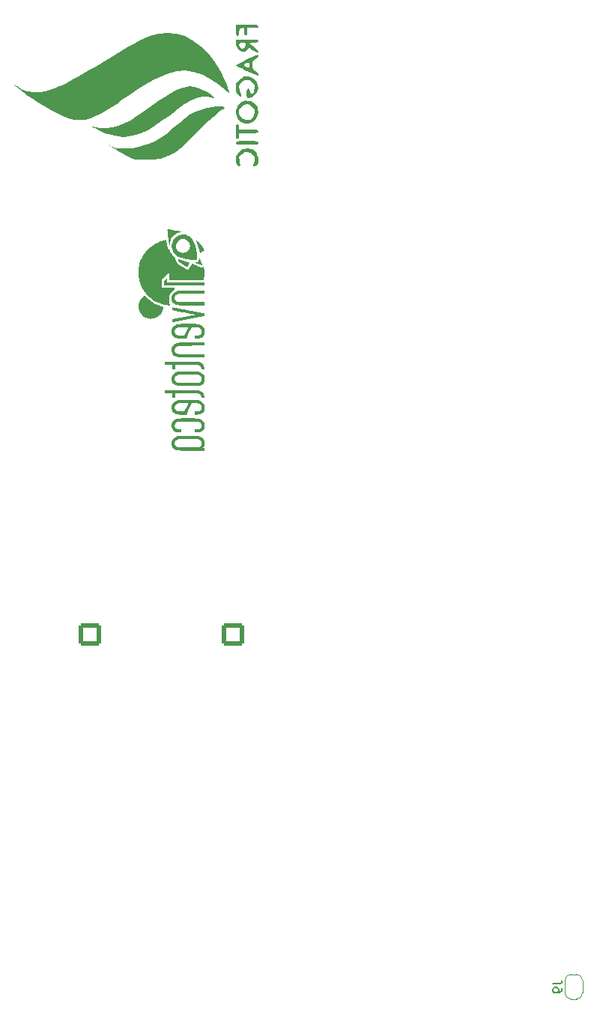
<source format=gbo>
G04 #@! TF.GenerationSoftware,KiCad,Pcbnew,8.0.4-8.0.4-0~ubuntu22.04.1*
G04 #@! TF.CreationDate,2024-09-04T15:26:38-06:00*
G04 #@! TF.ProjectId,modulargas,6d6f6475-6c61-4726-9761-732e6b696361,rev?*
G04 #@! TF.SameCoordinates,Original*
G04 #@! TF.FileFunction,Legend,Bot*
G04 #@! TF.FilePolarity,Positive*
%FSLAX46Y46*%
G04 Gerber Fmt 4.6, Leading zero omitted, Abs format (unit mm)*
G04 Created by KiCad (PCBNEW 8.0.4-8.0.4-0~ubuntu22.04.1) date 2024-09-04 15:26:38*
%MOMM*%
%LPD*%
G01*
G04 APERTURE LIST*
G04 Aperture macros list*
%AMRoundRect*
0 Rectangle with rounded corners*
0 $1 Rounding radius*
0 $2 $3 $4 $5 $6 $7 $8 $9 X,Y pos of 4 corners*
0 Add a 4 corners polygon primitive as box body*
4,1,4,$2,$3,$4,$5,$6,$7,$8,$9,$2,$3,0*
0 Add four circle primitives for the rounded corners*
1,1,$1+$1,$2,$3*
1,1,$1+$1,$4,$5*
1,1,$1+$1,$6,$7*
1,1,$1+$1,$8,$9*
0 Add four rect primitives between the rounded corners*
20,1,$1+$1,$2,$3,$4,$5,0*
20,1,$1+$1,$4,$5,$6,$7,0*
20,1,$1+$1,$6,$7,$8,$9,0*
20,1,$1+$1,$8,$9,$2,$3,0*%
%AMFreePoly0*
4,1,19,0.500000,-0.750000,0.000000,-0.750000,0.000000,-0.744911,-0.071157,-0.744911,-0.207708,-0.704816,-0.327430,-0.627875,-0.420627,-0.520320,-0.479746,-0.390866,-0.500000,-0.250000,-0.500000,0.250000,-0.479746,0.390866,-0.420627,0.520320,-0.327430,0.627875,-0.207708,0.704816,-0.071157,0.744911,0.000000,0.744911,0.000000,0.750000,0.500000,0.750000,0.500000,-0.750000,0.500000,-0.750000,
$1*%
%AMFreePoly1*
4,1,19,0.000000,0.744911,0.071157,0.744911,0.207708,0.704816,0.327430,0.627875,0.420627,0.520320,0.479746,0.390866,0.500000,0.250000,0.500000,-0.250000,0.479746,-0.390866,0.420627,-0.520320,0.327430,-0.627875,0.207708,-0.704816,0.071157,-0.744911,0.000000,-0.744911,0.000000,-0.750000,-0.500000,-0.750000,-0.500000,0.750000,0.000000,0.750000,0.000000,0.744911,0.000000,0.744911,
$1*%
G04 Aperture macros list end*
%ADD10C,0.150000*%
%ADD11C,0.000000*%
%ADD12C,0.120000*%
%ADD13C,1.600000*%
%ADD14O,1.600000X1.600000*%
%ADD15R,1.700000X1.700000*%
%ADD16O,1.700000X1.700000*%
%ADD17C,2.500000*%
%ADD18RoundRect,0.250000X-1.000000X1.000000X-1.000000X-1.000000X1.000000X-1.000000X1.000000X1.000000X0*%
%ADD19C,2.400000*%
%ADD20R,1.050000X1.500000*%
%ADD21O,1.050000X1.500000*%
%ADD22C,1.200000*%
%ADD23RoundRect,0.250000X-0.750000X0.600000X-0.750000X-0.600000X0.750000X-0.600000X0.750000X0.600000X0*%
%ADD24O,2.000000X1.700000*%
%ADD25R,1.600000X1.600000*%
%ADD26RoundRect,0.250000X-0.650000X0.350000X-0.650000X-0.350000X0.650000X-0.350000X0.650000X0.350000X0*%
%ADD27O,1.800000X1.200000*%
%ADD28C,3.500000*%
%ADD29R,2.800000X2.800000*%
%ADD30C,2.800000*%
%ADD31C,3.200000*%
%ADD32R,3.500000X3.500000*%
%ADD33O,1.800000X1.800000*%
%ADD34O,1.500000X1.500000*%
%ADD35C,3.250000*%
%ADD36R,1.500000X1.500000*%
%ADD37C,1.500000*%
%ADD38C,2.300000*%
%ADD39C,1.728000*%
%ADD40R,1.500000X1.050000*%
%ADD41O,1.500000X1.050000*%
%ADD42FreePoly0,270.000000*%
%ADD43FreePoly1,270.000000*%
%ADD44C,2.000000*%
%ADD45C,1.000000*%
%ADD46C,0.600000*%
G04 APERTURE END LIST*
D10*
X144104819Y-161766666D02*
X144819104Y-161766666D01*
X144819104Y-161766666D02*
X144961961Y-161719047D01*
X144961961Y-161719047D02*
X145057200Y-161623809D01*
X145057200Y-161623809D02*
X145104819Y-161480952D01*
X145104819Y-161480952D02*
X145104819Y-161385714D01*
X145104819Y-162290476D02*
X145104819Y-162480952D01*
X145104819Y-162480952D02*
X145057200Y-162576190D01*
X145057200Y-162576190D02*
X145009580Y-162623809D01*
X145009580Y-162623809D02*
X144866723Y-162719047D01*
X144866723Y-162719047D02*
X144676247Y-162766666D01*
X144676247Y-162766666D02*
X144295295Y-162766666D01*
X144295295Y-162766666D02*
X144200057Y-162719047D01*
X144200057Y-162719047D02*
X144152438Y-162671428D01*
X144152438Y-162671428D02*
X144104819Y-162576190D01*
X144104819Y-162576190D02*
X144104819Y-162385714D01*
X144104819Y-162385714D02*
X144152438Y-162290476D01*
X144152438Y-162290476D02*
X144200057Y-162242857D01*
X144200057Y-162242857D02*
X144295295Y-162195238D01*
X144295295Y-162195238D02*
X144533390Y-162195238D01*
X144533390Y-162195238D02*
X144628628Y-162242857D01*
X144628628Y-162242857D02*
X144676247Y-162290476D01*
X144676247Y-162290476D02*
X144723866Y-162385714D01*
X144723866Y-162385714D02*
X144723866Y-162576190D01*
X144723866Y-162576190D02*
X144676247Y-162671428D01*
X144676247Y-162671428D02*
X144628628Y-162719047D01*
X144628628Y-162719047D02*
X144533390Y-162766666D01*
D11*
G36*
X103036457Y-87189015D02*
G01*
X103147301Y-87189258D01*
X103254641Y-87189625D01*
X103357046Y-87190117D01*
X103453083Y-87190733D01*
X103541321Y-87191473D01*
X103620327Y-87192338D01*
X103688669Y-87193328D01*
X103744915Y-87194441D01*
X103787633Y-87195680D01*
X103815392Y-87197042D01*
X103833815Y-87198400D01*
X103899222Y-87204000D01*
X103954905Y-87210442D01*
X104006205Y-87218541D01*
X104058459Y-87229108D01*
X104117006Y-87242956D01*
X104189251Y-87263252D01*
X104303040Y-87306366D01*
X104404582Y-87359962D01*
X104493665Y-87423821D01*
X104570077Y-87497725D01*
X104633606Y-87581454D01*
X104684039Y-87674792D01*
X104721165Y-87777518D01*
X104744770Y-87889416D01*
X104747045Y-87906495D01*
X104753520Y-88010972D01*
X104748287Y-88117381D01*
X104731912Y-88221889D01*
X104704961Y-88320664D01*
X104667997Y-88409874D01*
X104658819Y-88427496D01*
X104602193Y-88515453D01*
X104532541Y-88594077D01*
X104450423Y-88663100D01*
X104356399Y-88722254D01*
X104251028Y-88771271D01*
X104134871Y-88809882D01*
X104008488Y-88837819D01*
X103872439Y-88854813D01*
X103727283Y-88860597D01*
X103614585Y-88860665D01*
X103614585Y-88685550D01*
X103614585Y-88510436D01*
X103760067Y-88505777D01*
X103820770Y-88503261D01*
X103885041Y-88498578D01*
X103940571Y-88491511D01*
X103991584Y-88481348D01*
X104042306Y-88467374D01*
X104096963Y-88448875D01*
X104133833Y-88434250D01*
X104213782Y-88391912D01*
X104281030Y-88340052D01*
X104335093Y-88279420D01*
X104375489Y-88210766D01*
X104401732Y-88134839D01*
X104413340Y-88052388D01*
X104409828Y-87964164D01*
X104407008Y-87944754D01*
X104386329Y-87867519D01*
X104351519Y-87798534D01*
X104302544Y-87737756D01*
X104239370Y-87685140D01*
X104161965Y-87640644D01*
X104133582Y-87627440D01*
X104087595Y-87608064D01*
X104042082Y-87591995D01*
X103994935Y-87578891D01*
X103944048Y-87568415D01*
X103887314Y-87560225D01*
X103822626Y-87553982D01*
X103747876Y-87549346D01*
X103660959Y-87545978D01*
X103559767Y-87543538D01*
X103304142Y-87538639D01*
X102973961Y-88199652D01*
X102643780Y-88860665D01*
X102288750Y-88860665D01*
X102190294Y-88860502D01*
X102103147Y-88859926D01*
X102028557Y-88858825D01*
X101964578Y-88857090D01*
X101909265Y-88854613D01*
X101860675Y-88851283D01*
X101816862Y-88846991D01*
X101775880Y-88841629D01*
X101735786Y-88835086D01*
X101694635Y-88827253D01*
X101654666Y-88818586D01*
X101533455Y-88783811D01*
X101423307Y-88738692D01*
X101324758Y-88683615D01*
X101238347Y-88618964D01*
X101164610Y-88545123D01*
X101104085Y-88462476D01*
X101057310Y-88371409D01*
X101041276Y-88331032D01*
X101023094Y-88276408D01*
X101010314Y-88222754D01*
X101002186Y-88165775D01*
X100997963Y-88101173D01*
X100996896Y-88024653D01*
X100996941Y-88012447D01*
X100997070Y-87999509D01*
X101338973Y-87999509D01*
X101342206Y-88083329D01*
X101349593Y-88126700D01*
X101373988Y-88203768D01*
X101411895Y-88271932D01*
X101463565Y-88331514D01*
X101529250Y-88382836D01*
X101609200Y-88426220D01*
X101658457Y-88446669D01*
X101712810Y-88464743D01*
X101771054Y-88479240D01*
X101835254Y-88490450D01*
X101907477Y-88498663D01*
X101989790Y-88504171D01*
X102084260Y-88507262D01*
X102192951Y-88508228D01*
X102417913Y-88508228D01*
X102655617Y-88032877D01*
X102669869Y-88004361D01*
X102710235Y-87923433D01*
X102748145Y-87847189D01*
X102782987Y-87776877D01*
X102814149Y-87713740D01*
X102841018Y-87659026D01*
X102862981Y-87613979D01*
X102879428Y-87579846D01*
X102889745Y-87557872D01*
X102893320Y-87549302D01*
X102889923Y-87548079D01*
X102872292Y-87546397D01*
X102841180Y-87544949D01*
X102798351Y-87543736D01*
X102745566Y-87542758D01*
X102684588Y-87542014D01*
X102617179Y-87541505D01*
X102545101Y-87541231D01*
X102470117Y-87541191D01*
X102393989Y-87541386D01*
X102318480Y-87541816D01*
X102245352Y-87542479D01*
X102176367Y-87543378D01*
X102113288Y-87544511D01*
X102057876Y-87545878D01*
X102011895Y-87547479D01*
X101977106Y-87549315D01*
X101866767Y-87560394D01*
X101754424Y-87580758D01*
X101655780Y-87609480D01*
X101570561Y-87646663D01*
X101498495Y-87692406D01*
X101439309Y-87746809D01*
X101414616Y-87777398D01*
X101375744Y-87844581D01*
X101350341Y-87919272D01*
X101338973Y-87999509D01*
X100997070Y-87999509D01*
X100997456Y-87960658D01*
X100998732Y-87920572D01*
X101001156Y-87888289D01*
X101005114Y-87859909D01*
X101010989Y-87831532D01*
X101019169Y-87799258D01*
X101054270Y-87694426D01*
X101101645Y-87598878D01*
X101161149Y-87513639D01*
X101232937Y-87438606D01*
X101317163Y-87373678D01*
X101413982Y-87318753D01*
X101523547Y-87273728D01*
X101646013Y-87238502D01*
X101781535Y-87212971D01*
X101930267Y-87197036D01*
X101954305Y-87195814D01*
X101995494Y-87194563D01*
X102050364Y-87193436D01*
X102117482Y-87192433D01*
X102195417Y-87191556D01*
X102282737Y-87190802D01*
X102378010Y-87190174D01*
X102470117Y-87189717D01*
X102479803Y-87189669D01*
X102586685Y-87189290D01*
X102697223Y-87189034D01*
X102809986Y-87188904D01*
X102923541Y-87188897D01*
X103036457Y-87189015D01*
G37*
G36*
X102868731Y-92561245D02*
G01*
X102897914Y-92561246D01*
X103047445Y-92561261D01*
X103181665Y-92561307D01*
X103301485Y-92561398D01*
X103354861Y-92561472D01*
X103407819Y-92561545D01*
X103501579Y-92561760D01*
X103583678Y-92562057D01*
X103655028Y-92562447D01*
X103716542Y-92562942D01*
X103769134Y-92563556D01*
X103813715Y-92564300D01*
X103851198Y-92565186D01*
X103882497Y-92566228D01*
X103908524Y-92567436D01*
X103930191Y-92568825D01*
X103948412Y-92570406D01*
X103964099Y-92572190D01*
X103978164Y-92574192D01*
X103991522Y-92576423D01*
X104058859Y-92589711D01*
X104187336Y-92624085D01*
X104302553Y-92668033D01*
X104404602Y-92721633D01*
X104493571Y-92784966D01*
X104569550Y-92858112D01*
X104632627Y-92941150D01*
X104682893Y-93034161D01*
X104720437Y-93137224D01*
X104745348Y-93250420D01*
X104746426Y-93257825D01*
X104750728Y-93309686D01*
X104751647Y-93371477D01*
X104749448Y-93438028D01*
X104744395Y-93504170D01*
X104736749Y-93564734D01*
X104726777Y-93614550D01*
X104694618Y-93714007D01*
X104648675Y-93809853D01*
X104590469Y-93895390D01*
X104519762Y-93970835D01*
X104436316Y-94036401D01*
X104339893Y-94092306D01*
X104230255Y-94138765D01*
X104107164Y-94175994D01*
X104098260Y-94178231D01*
X104072645Y-94184546D01*
X104048285Y-94190207D01*
X104024200Y-94195248D01*
X103999410Y-94199707D01*
X103972933Y-94203618D01*
X103943790Y-94207018D01*
X103911000Y-94209943D01*
X103873582Y-94212427D01*
X103830557Y-94214508D01*
X103780943Y-94216220D01*
X103723761Y-94217600D01*
X103658030Y-94218683D01*
X103582770Y-94219506D01*
X103496999Y-94220104D01*
X103399739Y-94220513D01*
X103290007Y-94220768D01*
X103166825Y-94220907D01*
X103029211Y-94220963D01*
X102876185Y-94220974D01*
X102749149Y-94220929D01*
X102593065Y-94220731D01*
X102450587Y-94220378D01*
X102322026Y-94219873D01*
X102207690Y-94219218D01*
X102107888Y-94218416D01*
X102022931Y-94217470D01*
X101953128Y-94216382D01*
X101898789Y-94215154D01*
X101860222Y-94213790D01*
X101837737Y-94212292D01*
X101754692Y-94201239D01*
X101622635Y-94174306D01*
X101502613Y-94137286D01*
X101394857Y-94090326D01*
X101299603Y-94033575D01*
X101217082Y-93967180D01*
X101147528Y-93891289D01*
X101091174Y-93806050D01*
X101048252Y-93711610D01*
X101032146Y-93664201D01*
X101013122Y-93592054D01*
X101000917Y-93517629D01*
X100994208Y-93434140D01*
X100993659Y-93421445D01*
X100993806Y-93413677D01*
X101338871Y-93413677D01*
X101349559Y-93489566D01*
X101372905Y-93562073D01*
X101408816Y-93628744D01*
X101457198Y-93687121D01*
X101458003Y-93687906D01*
X101517526Y-93735956D01*
X101590325Y-93777995D01*
X101674048Y-93812865D01*
X101766344Y-93839408D01*
X101769853Y-93840209D01*
X101790006Y-93844616D01*
X101810222Y-93848557D01*
X101831462Y-93852054D01*
X101854687Y-93855131D01*
X101880857Y-93857809D01*
X101910933Y-93860111D01*
X101945875Y-93862060D01*
X101986643Y-93863678D01*
X102034199Y-93864988D01*
X102089502Y-93866013D01*
X102153514Y-93866774D01*
X102227194Y-93867295D01*
X102311503Y-93867598D01*
X102407402Y-93867705D01*
X102515851Y-93867640D01*
X102637811Y-93867424D01*
X102774242Y-93867080D01*
X102926105Y-93866631D01*
X103880961Y-93863681D01*
X103962365Y-93845146D01*
X103994956Y-93837255D01*
X104097286Y-93805204D01*
X104185184Y-93765388D01*
X104258654Y-93717803D01*
X104317702Y-93662445D01*
X104362330Y-93599310D01*
X104392546Y-93528396D01*
X104399418Y-93501903D01*
X104407259Y-93460733D01*
X104412039Y-93421846D01*
X104413248Y-93365284D01*
X104402795Y-93283737D01*
X104377733Y-93209104D01*
X104338407Y-93141823D01*
X104285164Y-93082335D01*
X104218349Y-93031082D01*
X104138308Y-92988502D01*
X104045388Y-92955038D01*
X104030489Y-92950731D01*
X104008227Y-92944449D01*
X103986877Y-92938830D01*
X103965477Y-92933842D01*
X103943066Y-92929449D01*
X103918682Y-92925618D01*
X103891364Y-92922313D01*
X103860151Y-92919501D01*
X103824082Y-92917148D01*
X103782194Y-92915218D01*
X103733528Y-92913677D01*
X103677121Y-92912492D01*
X103612012Y-92911628D01*
X103537240Y-92911050D01*
X103451843Y-92910724D01*
X103354861Y-92910616D01*
X103245332Y-92910691D01*
X103122294Y-92910916D01*
X102984787Y-92911255D01*
X102831849Y-92911674D01*
X101864698Y-92914367D01*
X101782736Y-92933034D01*
X101716164Y-92950584D01*
X101628401Y-92982046D01*
X101551101Y-93020134D01*
X101486091Y-93063906D01*
X101435200Y-93112416D01*
X101424589Y-93125411D01*
X101383701Y-93190273D01*
X101355848Y-93261575D01*
X101340936Y-93336861D01*
X101338871Y-93413677D01*
X100993806Y-93413677D01*
X100995954Y-93299761D01*
X101012217Y-93185840D01*
X101042322Y-93080035D01*
X101086144Y-92982698D01*
X101143557Y-92894181D01*
X101214437Y-92814837D01*
X101241125Y-92790342D01*
X101321093Y-92729383D01*
X101410764Y-92678339D01*
X101511785Y-92636359D01*
X101625803Y-92602595D01*
X101636526Y-92599935D01*
X101659435Y-92594266D01*
X101680733Y-92589180D01*
X101701366Y-92584644D01*
X101722283Y-92580627D01*
X101744430Y-92577098D01*
X101768757Y-92574025D01*
X101796209Y-92571376D01*
X101827736Y-92569121D01*
X101864284Y-92567227D01*
X101906801Y-92565664D01*
X101956234Y-92564399D01*
X102013532Y-92563401D01*
X102079641Y-92562638D01*
X102155510Y-92562079D01*
X102242085Y-92561693D01*
X102340315Y-92561448D01*
X102451147Y-92561312D01*
X102575529Y-92561254D01*
X102714408Y-92561242D01*
X102868731Y-92561245D01*
G37*
G36*
X103023237Y-95778912D02*
G01*
X103159891Y-95779129D01*
X103282170Y-95779521D01*
X103391087Y-95780116D01*
X103487654Y-95780938D01*
X103572886Y-95782014D01*
X103647796Y-95783369D01*
X103713397Y-95785029D01*
X103770702Y-95787020D01*
X103820725Y-95789366D01*
X103864480Y-95792095D01*
X103902979Y-95795231D01*
X103937236Y-95798800D01*
X103968264Y-95802828D01*
X103997076Y-95807341D01*
X104060234Y-95819410D01*
X104187375Y-95852987D01*
X104302053Y-95896786D01*
X104404135Y-95950691D01*
X104493490Y-96014582D01*
X104569989Y-96088343D01*
X104633498Y-96171855D01*
X104683888Y-96265000D01*
X104721028Y-96367661D01*
X104744786Y-96479720D01*
X104745415Y-96484178D01*
X104751088Y-96548423D01*
X104752343Y-96620817D01*
X104749251Y-96694295D01*
X104741887Y-96761794D01*
X104726080Y-96842265D01*
X104694141Y-96943101D01*
X104649547Y-97034734D01*
X104591500Y-97118723D01*
X104519202Y-97196625D01*
X104498407Y-97215784D01*
X104458098Y-97249272D01*
X104416158Y-97278366D01*
X104367914Y-97306155D01*
X104308692Y-97335726D01*
X104260321Y-97357456D01*
X104175004Y-97389338D01*
X104086721Y-97413685D01*
X103992300Y-97431161D01*
X103888570Y-97442430D01*
X103772362Y-97448157D01*
X103614585Y-97452217D01*
X103614585Y-97275027D01*
X103614585Y-97097838D01*
X103727283Y-97097675D01*
X103729934Y-97097669D01*
X103777664Y-97096912D01*
X103825041Y-97095100D01*
X103866719Y-97092494D01*
X103897354Y-97089356D01*
X103997998Y-97069982D01*
X104093767Y-97040386D01*
X104178477Y-97001850D01*
X104251314Y-96954903D01*
X104311460Y-96900076D01*
X104358100Y-96837898D01*
X104390419Y-96768900D01*
X104393059Y-96760890D01*
X104407712Y-96695336D01*
X104413327Y-96623769D01*
X104409281Y-96553332D01*
X104394786Y-96485227D01*
X104364709Y-96412051D01*
X104320675Y-96347397D01*
X104262670Y-96291256D01*
X104190680Y-96243615D01*
X104104690Y-96204465D01*
X104004687Y-96173793D01*
X103890654Y-96151588D01*
X103857432Y-96147480D01*
X103817004Y-96144185D01*
X103768202Y-96141753D01*
X103709023Y-96140109D01*
X103637464Y-96139177D01*
X103551525Y-96138883D01*
X103297959Y-96138883D01*
X102971849Y-96794579D01*
X102645738Y-97450274D01*
X102278177Y-97450274D01*
X102212057Y-97450206D01*
X102116983Y-97449746D01*
X102035276Y-97448742D01*
X101965065Y-97447060D01*
X101904483Y-97444570D01*
X101851660Y-97441140D01*
X101804725Y-97436639D01*
X101761811Y-97430936D01*
X101721047Y-97423898D01*
X101680565Y-97415395D01*
X101638495Y-97405294D01*
X101617381Y-97399813D01*
X101496526Y-97361045D01*
X101389032Y-97312926D01*
X101294657Y-97255227D01*
X101213160Y-97187721D01*
X101144298Y-97110180D01*
X101087830Y-97022376D01*
X101043512Y-96924082D01*
X101011104Y-96815069D01*
X101005668Y-96788525D01*
X101001062Y-96755480D01*
X100998205Y-96717214D01*
X100996835Y-96670014D01*
X100996770Y-96642977D01*
X101338871Y-96642977D01*
X101349559Y-96718866D01*
X101372905Y-96791373D01*
X101408816Y-96858043D01*
X101457198Y-96916421D01*
X101463840Y-96922779D01*
X101526543Y-96971787D01*
X101602178Y-97013249D01*
X101691443Y-97047489D01*
X101795030Y-97074834D01*
X101800842Y-97076071D01*
X101824737Y-97080630D01*
X101849726Y-97084323D01*
X101877996Y-97087277D01*
X101911731Y-97089623D01*
X101953116Y-97091490D01*
X102004338Y-97093006D01*
X102067581Y-97094300D01*
X102145031Y-97095503D01*
X102417168Y-97099328D01*
X102655244Y-96623232D01*
X102670065Y-96593583D01*
X102710409Y-96512790D01*
X102748292Y-96436790D01*
X102783106Y-96366817D01*
X102814238Y-96304102D01*
X102841080Y-96249880D01*
X102863019Y-96205381D01*
X102879446Y-96171840D01*
X102889750Y-96150488D01*
X102893320Y-96142559D01*
X102892981Y-96142394D01*
X102881840Y-96141666D01*
X102855976Y-96141073D01*
X102816773Y-96140619D01*
X102765616Y-96140307D01*
X102703891Y-96140143D01*
X102632983Y-96140130D01*
X102554276Y-96140272D01*
X102469156Y-96140574D01*
X102379009Y-96141039D01*
X102352633Y-96141196D01*
X102251467Y-96141825D01*
X102164967Y-96142439D01*
X102091739Y-96143087D01*
X102030390Y-96143820D01*
X101979525Y-96144689D01*
X101937749Y-96145743D01*
X101903670Y-96147034D01*
X101875892Y-96148611D01*
X101853022Y-96150524D01*
X101833666Y-96152824D01*
X101816429Y-96155561D01*
X101799917Y-96158785D01*
X101782736Y-96162548D01*
X101715342Y-96180211D01*
X101628012Y-96211512D01*
X101550948Y-96249514D01*
X101486045Y-96293241D01*
X101435200Y-96341716D01*
X101424589Y-96354711D01*
X101383701Y-96419573D01*
X101355848Y-96490874D01*
X101340936Y-96566161D01*
X101338871Y-96642977D01*
X100996770Y-96642977D01*
X100996691Y-96610164D01*
X100997232Y-96558172D01*
X100998514Y-96515527D01*
X101000930Y-96481343D01*
X101004893Y-96451550D01*
X101010814Y-96422081D01*
X101019107Y-96388867D01*
X101039723Y-96321963D01*
X101083399Y-96222077D01*
X101139884Y-96132373D01*
X101209192Y-96052841D01*
X101291338Y-95983468D01*
X101386335Y-95924243D01*
X101494199Y-95875155D01*
X101614943Y-95836191D01*
X101748583Y-95807341D01*
X101777092Y-95802872D01*
X101808092Y-95798839D01*
X101842310Y-95795265D01*
X101880761Y-95792125D01*
X101924457Y-95789392D01*
X101974411Y-95787042D01*
X102031636Y-95785048D01*
X102097147Y-95783385D01*
X102171957Y-95782027D01*
X102257078Y-95780948D01*
X102353525Y-95780123D01*
X102462310Y-95779526D01*
X102584447Y-95779132D01*
X102632983Y-95779054D01*
X102720949Y-95778914D01*
X102872830Y-95778847D01*
X103023237Y-95778912D01*
G37*
G36*
X102974662Y-97859873D02*
G01*
X103091578Y-97860019D01*
X103206122Y-97860273D01*
X103317017Y-97860635D01*
X103422991Y-97861105D01*
X103522769Y-97861684D01*
X103615077Y-97862371D01*
X103698641Y-97863166D01*
X103772187Y-97864069D01*
X103834441Y-97865081D01*
X103884128Y-97866201D01*
X103919975Y-97867429D01*
X103940707Y-97868766D01*
X104058788Y-97885990D01*
X104185771Y-97915975D01*
X104300370Y-97956505D01*
X104402527Y-98007551D01*
X104492185Y-98069082D01*
X104569284Y-98141068D01*
X104633768Y-98223482D01*
X104647894Y-98245912D01*
X104690213Y-98330365D01*
X104723025Y-98425537D01*
X104745356Y-98528768D01*
X104745536Y-98529945D01*
X104748170Y-98557811D01*
X104749857Y-98596758D01*
X104750456Y-98641787D01*
X104749828Y-98687899D01*
X104747279Y-98741741D01*
X104738949Y-98816981D01*
X104724217Y-98885225D01*
X104701802Y-98951869D01*
X104670422Y-99022309D01*
X104650016Y-99061892D01*
X104626274Y-99100776D01*
X104598920Y-99136671D01*
X104563356Y-99176185D01*
X104539608Y-99200323D01*
X104462426Y-99266815D01*
X104377354Y-99322626D01*
X104282681Y-99368630D01*
X104176695Y-99405703D01*
X104057684Y-99434720D01*
X104042806Y-99437561D01*
X103996709Y-99444611D01*
X103944752Y-99449874D01*
X103883431Y-99453654D01*
X103809245Y-99456254D01*
X103647370Y-99460434D01*
X103647370Y-99283169D01*
X103647370Y-99105905D01*
X103760067Y-99105857D01*
X103802541Y-99105296D01*
X103921469Y-99097142D01*
X104027792Y-99079332D01*
X104121357Y-99051932D01*
X104202010Y-99015005D01*
X104269599Y-98968618D01*
X104323970Y-98912837D01*
X104364971Y-98847725D01*
X104389807Y-98783792D01*
X104405249Y-98704870D01*
X104406188Y-98624108D01*
X104392628Y-98544618D01*
X104364572Y-98469514D01*
X104325700Y-98407373D01*
X104271969Y-98351745D01*
X104204710Y-98305344D01*
X104123942Y-98268181D01*
X104029680Y-98240265D01*
X103921942Y-98221606D01*
X103911816Y-98220742D01*
X103882586Y-98219396D01*
X103839014Y-98218164D01*
X103782379Y-98217048D01*
X103713964Y-98216047D01*
X103635048Y-98215161D01*
X103546912Y-98214390D01*
X103450836Y-98213734D01*
X103348102Y-98213193D01*
X103239989Y-98212767D01*
X103127779Y-98212457D01*
X103012752Y-98212261D01*
X102896188Y-98212181D01*
X102779368Y-98212215D01*
X102663573Y-98212365D01*
X102550084Y-98212629D01*
X102440180Y-98213009D01*
X102335144Y-98213504D01*
X102236254Y-98214114D01*
X102144792Y-98214839D01*
X102062038Y-98215679D01*
X101989274Y-98216634D01*
X101927779Y-98217705D01*
X101878834Y-98218890D01*
X101843720Y-98220190D01*
X101823717Y-98221606D01*
X101773820Y-98228758D01*
X101676842Y-98249980D01*
X101592752Y-98279561D01*
X101520483Y-98317920D01*
X101458972Y-98365478D01*
X101417291Y-98411677D01*
X101378617Y-98475346D01*
X101352437Y-98545906D01*
X101339151Y-98620891D01*
X101339160Y-98697833D01*
X101352864Y-98774267D01*
X101380663Y-98847725D01*
X101392784Y-98870359D01*
X101438277Y-98932405D01*
X101497085Y-98985090D01*
X101569058Y-99028351D01*
X101654045Y-99062122D01*
X101751897Y-99086339D01*
X101862463Y-99100939D01*
X101985592Y-99105857D01*
X102098289Y-99105905D01*
X102098289Y-99283169D01*
X102098289Y-99460434D01*
X101936415Y-99456254D01*
X101909672Y-99455488D01*
X101840228Y-99452523D01*
X101782466Y-99448275D01*
X101732882Y-99442442D01*
X101687975Y-99434720D01*
X101647632Y-99426090D01*
X101533057Y-99394542D01*
X101430947Y-99354653D01*
X101339593Y-99305547D01*
X101257282Y-99246350D01*
X101182303Y-99176185D01*
X101154385Y-99145586D01*
X101124755Y-99108429D01*
X101099806Y-99069588D01*
X101074823Y-99022309D01*
X101061537Y-98994618D01*
X101035625Y-98932752D01*
X101017158Y-98873300D01*
X101005128Y-98811651D01*
X100998527Y-98743191D01*
X100996348Y-98663311D01*
X100997533Y-98590129D01*
X101002325Y-98525984D01*
X101011528Y-98468198D01*
X101025941Y-98411809D01*
X101046359Y-98351855D01*
X101061643Y-98314443D01*
X101110147Y-98225087D01*
X101171957Y-98144952D01*
X101246764Y-98074235D01*
X101334259Y-98013133D01*
X101434134Y-97961841D01*
X101546081Y-97920557D01*
X101669789Y-97889477D01*
X101804952Y-97868798D01*
X101818474Y-97867813D01*
X101850303Y-97866554D01*
X101896321Y-97865403D01*
X101955255Y-97864360D01*
X102025831Y-97863426D01*
X102106774Y-97862599D01*
X102196811Y-97861880D01*
X102294668Y-97861269D01*
X102399069Y-97860766D01*
X102508742Y-97860371D01*
X102622411Y-97860085D01*
X102738804Y-97859906D01*
X102856645Y-97859835D01*
X102974662Y-97859873D01*
G37*
G36*
X102693976Y-99836551D02*
G01*
X102844421Y-99836975D01*
X103010302Y-99837638D01*
X103057789Y-99837848D01*
X103195037Y-99838475D01*
X103317327Y-99839101D01*
X103346513Y-99839283D01*
X103425745Y-99839778D01*
X103521376Y-99840560D01*
X103605305Y-99841501D01*
X103678619Y-99842653D01*
X103742403Y-99844070D01*
X103797741Y-99845805D01*
X103845720Y-99847912D01*
X103887425Y-99850443D01*
X103923941Y-99853453D01*
X103956355Y-99856994D01*
X103985750Y-99861119D01*
X104013214Y-99865882D01*
X104039830Y-99871337D01*
X104066686Y-99877536D01*
X104094865Y-99884533D01*
X104125455Y-99892380D01*
X104177320Y-99906913D01*
X104292770Y-99948881D01*
X104395563Y-100000830D01*
X104485533Y-100062652D01*
X104562513Y-100134239D01*
X104626337Y-100215484D01*
X104655590Y-100262810D01*
X104694114Y-100341566D01*
X104722259Y-100425598D01*
X104741863Y-100519748D01*
X104742768Y-100525588D01*
X104752718Y-100640894D01*
X104746978Y-100751746D01*
X104725628Y-100857849D01*
X104688750Y-100958906D01*
X104636427Y-101054624D01*
X104568740Y-101144708D01*
X104538632Y-101179542D01*
X104617557Y-101179542D01*
X104696482Y-101179542D01*
X104696482Y-101343465D01*
X104696482Y-101507389D01*
X103306905Y-101507389D01*
X103157895Y-101507363D01*
X102959168Y-101507232D01*
X102776458Y-101506994D01*
X102609797Y-101506648D01*
X102459220Y-101506194D01*
X102324761Y-101505632D01*
X102206455Y-101504963D01*
X102104336Y-101504187D01*
X102018437Y-101503304D01*
X101948794Y-101502314D01*
X101895440Y-101501218D01*
X101858410Y-101500016D01*
X101837737Y-101498707D01*
X101754692Y-101487654D01*
X101622635Y-101460721D01*
X101502613Y-101423701D01*
X101394857Y-101376741D01*
X101299603Y-101319990D01*
X101217082Y-101253595D01*
X101147528Y-101177704D01*
X101091174Y-101092465D01*
X101048252Y-100998025D01*
X101032146Y-100950616D01*
X101013122Y-100878469D01*
X101000917Y-100804044D01*
X100994208Y-100720555D01*
X100993741Y-100700092D01*
X101338871Y-100700092D01*
X101349559Y-100775981D01*
X101372905Y-100848488D01*
X101408816Y-100915158D01*
X101457198Y-100973536D01*
X101458003Y-100974321D01*
X101517526Y-101022371D01*
X101590325Y-101064410D01*
X101674048Y-101099280D01*
X101766344Y-101125822D01*
X101769833Y-101126620D01*
X101789974Y-101131024D01*
X101810180Y-101134962D01*
X101831413Y-101138456D01*
X101854632Y-101141529D01*
X101880798Y-101144204D01*
X101910872Y-101146502D01*
X101945813Y-101148446D01*
X101986583Y-101150059D01*
X102034140Y-101151362D01*
X102089447Y-101152379D01*
X102153463Y-101153132D01*
X102227149Y-101153643D01*
X102311465Y-101153934D01*
X102407370Y-101154028D01*
X102515827Y-101153947D01*
X102637795Y-101153715D01*
X102774234Y-101153352D01*
X102926105Y-101152882D01*
X102928610Y-101152874D01*
X103077798Y-101152400D01*
X103211577Y-101151961D01*
X103330915Y-101151512D01*
X103436780Y-101151007D01*
X103530139Y-101150402D01*
X103611961Y-101149649D01*
X103683213Y-101148704D01*
X103744863Y-101147521D01*
X103797879Y-101146055D01*
X103843228Y-101144259D01*
X103881880Y-101142089D01*
X103914800Y-101139499D01*
X103942958Y-101136442D01*
X103967322Y-101132875D01*
X103988858Y-101128751D01*
X104008535Y-101124024D01*
X104027320Y-101118649D01*
X104046182Y-101112581D01*
X104066088Y-101105773D01*
X104088007Y-101098181D01*
X104090779Y-101097221D01*
X104177307Y-101060075D01*
X104250898Y-101013644D01*
X104311217Y-100958300D01*
X104357930Y-100894414D01*
X104390700Y-100822357D01*
X104409193Y-100742501D01*
X104410017Y-100736277D01*
X104413801Y-100704587D01*
X104416217Y-100679025D01*
X104416772Y-100664637D01*
X104414619Y-100641549D01*
X104398014Y-100554495D01*
X104368612Y-100477352D01*
X104326233Y-100409925D01*
X104270699Y-100352019D01*
X104201831Y-100303436D01*
X104119449Y-100263980D01*
X104023376Y-100233457D01*
X104001780Y-100228070D01*
X103980072Y-100222993D01*
X103958359Y-100218468D01*
X103935677Y-100214467D01*
X103911061Y-100210962D01*
X103883548Y-100207924D01*
X103852174Y-100205324D01*
X103815976Y-100203135D01*
X103773988Y-100201327D01*
X103725247Y-100199872D01*
X103668790Y-100198741D01*
X103603651Y-100197906D01*
X103528869Y-100197338D01*
X103443477Y-100197010D01*
X103346513Y-100196891D01*
X103237012Y-100196955D01*
X103114011Y-100197171D01*
X102976546Y-100197512D01*
X102823652Y-100197950D01*
X102715783Y-100198270D01*
X102581640Y-100198680D01*
X102462249Y-100199075D01*
X102356660Y-100199475D01*
X102263927Y-100199898D01*
X102183099Y-100200364D01*
X102113230Y-100200893D01*
X102053371Y-100201503D01*
X102002573Y-100202215D01*
X101959888Y-100203047D01*
X101924368Y-100204018D01*
X101895065Y-100205149D01*
X101871030Y-100206458D01*
X101851315Y-100207964D01*
X101834972Y-100209688D01*
X101821053Y-100211648D01*
X101808608Y-100213864D01*
X101796691Y-100216355D01*
X101784352Y-100219140D01*
X101713465Y-100238023D01*
X101626456Y-100269591D01*
X101549822Y-100307560D01*
X101485443Y-100350963D01*
X101435200Y-100398831D01*
X101424589Y-100411826D01*
X101383701Y-100476688D01*
X101355848Y-100547990D01*
X101340936Y-100623276D01*
X101338871Y-100700092D01*
X100993741Y-100700092D01*
X100992979Y-100666727D01*
X101000525Y-100547333D01*
X101022154Y-100433331D01*
X101057546Y-100326718D01*
X101085535Y-100267604D01*
X101140601Y-100182231D01*
X101209123Y-100105456D01*
X101290539Y-100037723D01*
X101384285Y-99979478D01*
X101489799Y-99931165D01*
X101606518Y-99893227D01*
X101639725Y-99884728D01*
X101673314Y-99877011D01*
X101708004Y-99870102D01*
X101744751Y-99863962D01*
X101784510Y-99858555D01*
X101828237Y-99853841D01*
X101876887Y-99849784D01*
X101931416Y-99846345D01*
X101992780Y-99843486D01*
X102061935Y-99841170D01*
X102139835Y-99839359D01*
X102227438Y-99838015D01*
X102325697Y-99837100D01*
X102435570Y-99836576D01*
X102558011Y-99836406D01*
X102693976Y-99836551D01*
G37*
G36*
X103814629Y-77780593D02*
G01*
X103839688Y-77791230D01*
X103869216Y-77805706D01*
X103920203Y-77835215D01*
X103975603Y-77871614D01*
X104031152Y-77912054D01*
X104082585Y-77953681D01*
X104133572Y-78000351D01*
X104214878Y-78085583D01*
X104296392Y-78183518D01*
X104376655Y-78292030D01*
X104454207Y-78408993D01*
X104527589Y-78532278D01*
X104595340Y-78659760D01*
X104656003Y-78789310D01*
X104656980Y-78791553D01*
X104672298Y-78827033D01*
X104684808Y-78856605D01*
X104693242Y-78877237D01*
X104696336Y-78885898D01*
X104691843Y-78889083D01*
X104674494Y-78899279D01*
X104645653Y-78915530D01*
X104606976Y-78936921D01*
X104560117Y-78962539D01*
X104506732Y-78991468D01*
X104448477Y-79022795D01*
X104200613Y-79155593D01*
X104195331Y-79121149D01*
X104191996Y-79106333D01*
X104184125Y-79077351D01*
X104172569Y-79037516D01*
X104158066Y-78989309D01*
X104141350Y-78935210D01*
X104123156Y-78877702D01*
X104017815Y-78540388D01*
X103868926Y-78033494D01*
X103864103Y-78016457D01*
X103847478Y-77957799D01*
X103832313Y-77904395D01*
X103819209Y-77858348D01*
X103808765Y-77821763D01*
X103801579Y-77796744D01*
X103798252Y-77785396D01*
X103797145Y-77779059D01*
X103801419Y-77776673D01*
X103814629Y-77780593D01*
G37*
G36*
X100376630Y-77702921D02*
G01*
X100377481Y-77704384D01*
X100381832Y-77718777D01*
X100387230Y-77743878D01*
X100392703Y-77775314D01*
X100398697Y-77811502D01*
X100409676Y-77872394D01*
X100423108Y-77942664D01*
X100438219Y-78018505D01*
X100454233Y-78096113D01*
X100470375Y-78171683D01*
X100485868Y-78241408D01*
X100499938Y-78301483D01*
X100506502Y-78328311D01*
X100518116Y-78373371D01*
X100528932Y-78409753D01*
X100540716Y-78442048D01*
X100555238Y-78474851D01*
X100574263Y-78512755D01*
X100599560Y-78560351D01*
X100605923Y-78572171D01*
X100694002Y-78732819D01*
X100777141Y-78878635D01*
X100855753Y-79010230D01*
X100930246Y-79128214D01*
X101001032Y-79233197D01*
X101068521Y-79325789D01*
X101133124Y-79406601D01*
X101195250Y-79476243D01*
X101255311Y-79535326D01*
X101320542Y-79594869D01*
X101382270Y-79766989D01*
X101387602Y-79781796D01*
X101407448Y-79835962D01*
X101426931Y-79887799D01*
X101444786Y-79934022D01*
X101459750Y-79971345D01*
X101470559Y-79996483D01*
X101479571Y-80015437D01*
X101541411Y-80125936D01*
X101618578Y-80236063D01*
X101710171Y-80345010D01*
X101815288Y-80451970D01*
X101933028Y-80556138D01*
X102062490Y-80656707D01*
X102202773Y-80752870D01*
X102352976Y-80843821D01*
X102512197Y-80928753D01*
X102542083Y-80943328D01*
X102582772Y-80962456D01*
X102627852Y-80983081D01*
X102674912Y-81004156D01*
X102721544Y-81024637D01*
X102765338Y-81043475D01*
X102803887Y-81059626D01*
X102834780Y-81072044D01*
X102855608Y-81079682D01*
X102863963Y-81081494D01*
X102864464Y-81080737D01*
X102871265Y-81069447D01*
X102885326Y-81045735D01*
X102905857Y-81010943D01*
X102932068Y-80966412D01*
X102963171Y-80913485D01*
X102998375Y-80853504D01*
X103036891Y-80787811D01*
X103077930Y-80717747D01*
X103090041Y-80697064D01*
X103130388Y-80628174D01*
X103167951Y-80564068D01*
X103201945Y-80506083D01*
X103231584Y-80455557D01*
X103256085Y-80413828D01*
X103274662Y-80382233D01*
X103286530Y-80362111D01*
X103290903Y-80354799D01*
X103295257Y-80356280D01*
X103312436Y-80363959D01*
X103340772Y-80377281D01*
X103378254Y-80395285D01*
X103422873Y-80417013D01*
X103472618Y-80441507D01*
X103553726Y-80481082D01*
X103674934Y-80537695D01*
X103791931Y-80588872D01*
X103910367Y-80637052D01*
X104035891Y-80684674D01*
X104104399Y-80709720D01*
X104165592Y-80731603D01*
X104215622Y-80748695D01*
X104256631Y-80761571D01*
X104290765Y-80770808D01*
X104320167Y-80776982D01*
X104346981Y-80780669D01*
X104373350Y-80782444D01*
X104401419Y-80782884D01*
X104412237Y-80782793D01*
X104466791Y-80778837D01*
X104512019Y-80767712D01*
X104553265Y-80747598D01*
X104595875Y-80716674D01*
X104611454Y-80704415D01*
X104627359Y-80693302D01*
X104634644Y-80690193D01*
X104635399Y-80692125D01*
X104638490Y-80707187D01*
X104643032Y-80734747D01*
X104648662Y-80772114D01*
X104655013Y-80816602D01*
X104661722Y-80865520D01*
X104668424Y-80916181D01*
X104674754Y-80965896D01*
X104680347Y-81011976D01*
X104684838Y-81051733D01*
X104687863Y-81082478D01*
X104689488Y-81105486D01*
X104691724Y-81158565D01*
X104693038Y-81223055D01*
X104693478Y-81295868D01*
X104693097Y-81373915D01*
X104691944Y-81454108D01*
X104690072Y-81533357D01*
X104687530Y-81608575D01*
X104684369Y-81676673D01*
X104680641Y-81734562D01*
X104676397Y-81779154D01*
X104674158Y-81797331D01*
X104653754Y-81943399D01*
X104630051Y-82079571D01*
X104602073Y-82211520D01*
X104597807Y-82229979D01*
X102649323Y-82227913D01*
X100700839Y-82225847D01*
X100698717Y-81787453D01*
X100696595Y-81349059D01*
X100270466Y-81775129D01*
X99844336Y-82201199D01*
X99844336Y-82649970D01*
X99844336Y-83098741D01*
X100590190Y-83098741D01*
X101336043Y-83098741D01*
X101336043Y-83195589D01*
X101336043Y-83292436D01*
X101284863Y-83316482D01*
X101250909Y-83333313D01*
X101148345Y-83395911D01*
X101055346Y-83471264D01*
X100972574Y-83558500D01*
X100900695Y-83656748D01*
X100840372Y-83765136D01*
X100792270Y-83882794D01*
X100757053Y-84008851D01*
X100756538Y-84011250D01*
X100749757Y-84056139D01*
X100744960Y-84115639D01*
X100742131Y-84188194D01*
X100741252Y-84272245D01*
X100742308Y-84366238D01*
X100745282Y-84468615D01*
X100750157Y-84577820D01*
X100756916Y-84692296D01*
X100765544Y-84810486D01*
X100769829Y-84864727D01*
X100774575Y-84926538D01*
X100778638Y-84981413D01*
X100781887Y-85027471D01*
X100784189Y-85062833D01*
X100785413Y-85085618D01*
X100785426Y-85093945D01*
X100783863Y-85094374D01*
X100769295Y-85094511D01*
X100742148Y-85093066D01*
X100705211Y-85090294D01*
X100661276Y-85086449D01*
X100613131Y-85081783D01*
X100563568Y-85076551D01*
X100515376Y-85071007D01*
X100471345Y-85065402D01*
X100442128Y-85061331D01*
X100201008Y-85018576D01*
X99964341Y-84960313D01*
X99732829Y-84886953D01*
X99507172Y-84798905D01*
X99288072Y-84696583D01*
X99076228Y-84580395D01*
X98872342Y-84450752D01*
X98677114Y-84308066D01*
X98491247Y-84152747D01*
X98315439Y-83985206D01*
X98150393Y-83805854D01*
X97996808Y-83615101D01*
X97993027Y-83610064D01*
X97850749Y-83406755D01*
X97722891Y-83195931D01*
X97609681Y-82978115D01*
X97511350Y-82753828D01*
X97428126Y-82523593D01*
X97360240Y-82287932D01*
X97307920Y-82047367D01*
X97305779Y-82035567D01*
X97270203Y-81792260D01*
X97250746Y-81549025D01*
X97247181Y-81306575D01*
X97259285Y-81065621D01*
X97286831Y-80826874D01*
X97329595Y-80591044D01*
X97387351Y-80358843D01*
X97459875Y-80130982D01*
X97546942Y-79908172D01*
X97648325Y-79691125D01*
X97763800Y-79480551D01*
X97893143Y-79277161D01*
X98036127Y-79081667D01*
X98192529Y-78894780D01*
X98362121Y-78717210D01*
X98447541Y-78635960D01*
X98634719Y-78474125D01*
X98830492Y-78325972D01*
X99034392Y-78191780D01*
X99245948Y-78071824D01*
X99464692Y-77966379D01*
X99690154Y-77875722D01*
X99921864Y-77800129D01*
X99944671Y-77793599D01*
X100011164Y-77775346D01*
X100077628Y-77758155D01*
X100142092Y-77742447D01*
X100202588Y-77728643D01*
X100257147Y-77717165D01*
X100303800Y-77708433D01*
X100340577Y-77702868D01*
X100365510Y-77700890D01*
X100376630Y-77702921D01*
G37*
G36*
X100442606Y-82223798D02*
G01*
X100442659Y-82484027D01*
X102569570Y-82484027D01*
X104696482Y-82484027D01*
X104696482Y-82660245D01*
X104696482Y-82836463D01*
X102397450Y-82836463D01*
X100098418Y-82836463D01*
X100098418Y-82572530D01*
X100098418Y-82308596D01*
X100270486Y-82136083D01*
X100442553Y-81963569D01*
X100442606Y-82223798D01*
G37*
G36*
X104696482Y-83594390D02*
G01*
X104696482Y-83770829D01*
X103336334Y-83770829D01*
X103304468Y-83770829D01*
X103126289Y-83770833D01*
X102963582Y-83770859D01*
X102815558Y-83770926D01*
X102681429Y-83771055D01*
X102560409Y-83771267D01*
X102451709Y-83771582D01*
X102354541Y-83772019D01*
X102268119Y-83772599D01*
X102191654Y-83773343D01*
X102124359Y-83774270D01*
X102065447Y-83775402D01*
X102014128Y-83776757D01*
X101969617Y-83778357D01*
X101931125Y-83780221D01*
X101897865Y-83782371D01*
X101869049Y-83784825D01*
X101843889Y-83787605D01*
X101821598Y-83790731D01*
X101801388Y-83794222D01*
X101782472Y-83798100D01*
X101764061Y-83802384D01*
X101745369Y-83807095D01*
X101725607Y-83812253D01*
X101669406Y-83829170D01*
X101582243Y-83865915D01*
X101507649Y-83911926D01*
X101446059Y-83966785D01*
X101397906Y-84030075D01*
X101363624Y-84101378D01*
X101343645Y-84180276D01*
X101337360Y-84264117D01*
X101345505Y-84345577D01*
X101368307Y-84420491D01*
X101405402Y-84488432D01*
X101456428Y-84548974D01*
X101521024Y-84601690D01*
X101598826Y-84646156D01*
X101689474Y-84681943D01*
X101792604Y-84708627D01*
X101793020Y-84708710D01*
X101812204Y-84712393D01*
X101831979Y-84715753D01*
X101853134Y-84718806D01*
X101876461Y-84721567D01*
X101902748Y-84724049D01*
X101932787Y-84726268D01*
X101967367Y-84728238D01*
X102007278Y-84729974D01*
X102053310Y-84731490D01*
X102106253Y-84732802D01*
X102166898Y-84733924D01*
X102236035Y-84734870D01*
X102314453Y-84735655D01*
X102402943Y-84736295D01*
X102502295Y-84736803D01*
X102613299Y-84737194D01*
X102736745Y-84737482D01*
X102873422Y-84737684D01*
X103024122Y-84737812D01*
X103189634Y-84737883D01*
X103370748Y-84737910D01*
X104696482Y-84737980D01*
X104696482Y-84914198D01*
X104696482Y-85090416D01*
X103353945Y-85090416D01*
X103198800Y-85090381D01*
X103012580Y-85090238D01*
X102839602Y-85089985D01*
X102680153Y-85089624D01*
X102534520Y-85089156D01*
X102402989Y-85088584D01*
X102285846Y-85087909D01*
X102183377Y-85087132D01*
X102095869Y-85086256D01*
X102023608Y-85085282D01*
X101966881Y-85084212D01*
X101925972Y-85083047D01*
X101901170Y-85081790D01*
X101766437Y-85066547D01*
X101631922Y-85040271D01*
X101509971Y-85003936D01*
X101400687Y-84957594D01*
X101304171Y-84901298D01*
X101220526Y-84835098D01*
X101149855Y-84759047D01*
X101092262Y-84673196D01*
X101056045Y-84597428D01*
X101024090Y-84500205D01*
X101003310Y-84396273D01*
X100993788Y-84288551D01*
X100995606Y-84179961D01*
X101008847Y-84073421D01*
X101033591Y-83971853D01*
X101069921Y-83878177D01*
X101095291Y-83829413D01*
X101150733Y-83746452D01*
X101217359Y-83673291D01*
X101295724Y-83609568D01*
X101386382Y-83554920D01*
X101489888Y-83508986D01*
X101606794Y-83471404D01*
X101737657Y-83441811D01*
X101840109Y-83422720D01*
X103268296Y-83420335D01*
X104696482Y-83417951D01*
X104696482Y-83594390D01*
G37*
G36*
X101060013Y-85299564D02*
G01*
X101072323Y-85302057D01*
X101099845Y-85307437D01*
X101141849Y-85315563D01*
X101197600Y-85326296D01*
X101266367Y-85339495D01*
X101347416Y-85355022D01*
X101440014Y-85372735D01*
X101543430Y-85392496D01*
X101656930Y-85414163D01*
X101779782Y-85437599D01*
X101911252Y-85462661D01*
X102050609Y-85489211D01*
X102197120Y-85517109D01*
X102350052Y-85546215D01*
X102508671Y-85576388D01*
X102672247Y-85607490D01*
X102840045Y-85639379D01*
X102870879Y-85645238D01*
X103038503Y-85677091D01*
X103202035Y-85708170D01*
X103360724Y-85738334D01*
X103513819Y-85767439D01*
X103660571Y-85795342D01*
X103800227Y-85821901D01*
X103932038Y-85846973D01*
X104055252Y-85870414D01*
X104169119Y-85892083D01*
X104272887Y-85911836D01*
X104365807Y-85929530D01*
X104447127Y-85945022D01*
X104516096Y-85958170D01*
X104571964Y-85968830D01*
X104613980Y-85976861D01*
X104641393Y-85982118D01*
X104653452Y-85984459D01*
X104696482Y-85993159D01*
X104696482Y-86143557D01*
X104696482Y-86293954D01*
X104673943Y-86298677D01*
X104673687Y-86298730D01*
X104662340Y-86300962D01*
X104635872Y-86306127D01*
X104595170Y-86314053D01*
X104541122Y-86324567D01*
X104474618Y-86337497D01*
X104396545Y-86352671D01*
X104307791Y-86369916D01*
X104209244Y-86389060D01*
X104101792Y-86409930D01*
X103986324Y-86432355D01*
X103863728Y-86456161D01*
X103734892Y-86481177D01*
X103600703Y-86507229D01*
X103462051Y-86534147D01*
X103319823Y-86561756D01*
X103174907Y-86589886D01*
X103028191Y-86618363D01*
X102880565Y-86647015D01*
X102732915Y-86675670D01*
X102586130Y-86704155D01*
X102441098Y-86732299D01*
X102298707Y-86759928D01*
X102159845Y-86786871D01*
X102025401Y-86812954D01*
X101896263Y-86838006D01*
X101773318Y-86861854D01*
X101657455Y-86884326D01*
X101549562Y-86905250D01*
X101450527Y-86924453D01*
X101361238Y-86941762D01*
X101282584Y-86957006D01*
X101215452Y-86970012D01*
X101160731Y-86980607D01*
X101119308Y-86988620D01*
X101092073Y-86993877D01*
X101079912Y-86996207D01*
X101049177Y-87001953D01*
X101049177Y-86825711D01*
X101049177Y-86824433D01*
X101049216Y-86766747D01*
X101049475Y-86723321D01*
X101050168Y-86692060D01*
X101051509Y-86670872D01*
X101053711Y-86657663D01*
X101056987Y-86650341D01*
X101061552Y-86646813D01*
X101067618Y-86644985D01*
X101073827Y-86643663D01*
X101096070Y-86639268D01*
X101132674Y-86632207D01*
X101182569Y-86622680D01*
X101244684Y-86610886D01*
X101317950Y-86597027D01*
X101401296Y-86581302D01*
X101493652Y-86563911D01*
X101593949Y-86545053D01*
X101701115Y-86524930D01*
X101814082Y-86503740D01*
X101931778Y-86481684D01*
X102053134Y-86458961D01*
X102177079Y-86435772D01*
X102302544Y-86412317D01*
X102428458Y-86388795D01*
X102553752Y-86365406D01*
X102677354Y-86342351D01*
X102798196Y-86319830D01*
X102915206Y-86298041D01*
X103027315Y-86277186D01*
X103133453Y-86257464D01*
X103232549Y-86239076D01*
X103323534Y-86222220D01*
X103405337Y-86207098D01*
X103476889Y-86193909D01*
X103537118Y-86182852D01*
X103584955Y-86174129D01*
X103619331Y-86167939D01*
X103639174Y-86164481D01*
X103774411Y-86142077D01*
X103725234Y-86135829D01*
X103718334Y-86134915D01*
X103704637Y-86132943D01*
X103687114Y-86130243D01*
X103665082Y-86126694D01*
X103637856Y-86122176D01*
X103604753Y-86116567D01*
X103565089Y-86109748D01*
X103518181Y-86101596D01*
X103463345Y-86091992D01*
X103399897Y-86080814D01*
X103327153Y-86067942D01*
X103244429Y-86053254D01*
X103151042Y-86036630D01*
X103046308Y-86017950D01*
X102929543Y-85997091D01*
X102800064Y-85973934D01*
X102657186Y-85948357D01*
X102500227Y-85920240D01*
X102328501Y-85889461D01*
X102141326Y-85855901D01*
X101049191Y-85660051D01*
X101049184Y-85477943D01*
X101049187Y-85468427D01*
X101049436Y-85409060D01*
X101050147Y-85364280D01*
X101051410Y-85332507D01*
X101053317Y-85312159D01*
X101055957Y-85301657D01*
X101059422Y-85299418D01*
X101060013Y-85299564D01*
G37*
G36*
X104696482Y-89470747D02*
G01*
X104696482Y-89646962D01*
X103301081Y-89649932D01*
X103199507Y-89650152D01*
X103028551Y-89650545D01*
X102872837Y-89650940D01*
X102731624Y-89651346D01*
X102604171Y-89651769D01*
X102489739Y-89652218D01*
X102387586Y-89652702D01*
X102296972Y-89653227D01*
X102217156Y-89653802D01*
X102147399Y-89654436D01*
X102086959Y-89655135D01*
X102035096Y-89655908D01*
X101991070Y-89656763D01*
X101954140Y-89657709D01*
X101923566Y-89658752D01*
X101898606Y-89659901D01*
X101878521Y-89661165D01*
X101862571Y-89662550D01*
X101850013Y-89664065D01*
X101840109Y-89665718D01*
X101782723Y-89677583D01*
X101727967Y-89690943D01*
X101680750Y-89705395D01*
X101636381Y-89722396D01*
X101590168Y-89743405D01*
X101533917Y-89774633D01*
X101466661Y-89826230D01*
X101413050Y-89886417D01*
X101373481Y-89954460D01*
X101348352Y-90029627D01*
X101338063Y-90111183D01*
X101343010Y-90198396D01*
X101345865Y-90216277D01*
X101366445Y-90291549D01*
X101400270Y-90358378D01*
X101448455Y-90419096D01*
X101455451Y-90426280D01*
X101517529Y-90478748D01*
X101590520Y-90521770D01*
X101676348Y-90556507D01*
X101688970Y-90560770D01*
X101706992Y-90566976D01*
X101723573Y-90572633D01*
X101739486Y-90577767D01*
X101755509Y-90582406D01*
X101772415Y-90586576D01*
X101790980Y-90590304D01*
X101811980Y-90593616D01*
X101836191Y-90596540D01*
X101864387Y-90599102D01*
X101897344Y-90601329D01*
X101935837Y-90603248D01*
X101980643Y-90604886D01*
X102032536Y-90606269D01*
X102092291Y-90607424D01*
X102160685Y-90608378D01*
X102238492Y-90609158D01*
X102326488Y-90609790D01*
X102425448Y-90610301D01*
X102536148Y-90610719D01*
X102659363Y-90611069D01*
X102795869Y-90611379D01*
X102946441Y-90611675D01*
X103111854Y-90611985D01*
X103292884Y-90612334D01*
X104696482Y-90615141D01*
X104696482Y-90791114D01*
X104696482Y-90967086D01*
X103329767Y-90967058D01*
X103171168Y-90967021D01*
X102979970Y-90966878D01*
X102803210Y-90966626D01*
X102641066Y-90966267D01*
X102493716Y-90965802D01*
X102361337Y-90965232D01*
X102244107Y-90964559D01*
X102142203Y-90963783D01*
X102055803Y-90962905D01*
X101985085Y-90961926D01*
X101930226Y-90960848D01*
X101891404Y-90959671D01*
X101868796Y-90958397D01*
X101864078Y-90957959D01*
X101721336Y-90938824D01*
X101591146Y-90909457D01*
X101473571Y-90869895D01*
X101368676Y-90820172D01*
X101276525Y-90760325D01*
X101197185Y-90690389D01*
X101130718Y-90610400D01*
X101077189Y-90520393D01*
X101065346Y-90495236D01*
X101029794Y-90398607D01*
X101006185Y-90296283D01*
X100994312Y-90190572D01*
X100993970Y-90083779D01*
X101004954Y-89978210D01*
X101027057Y-89876172D01*
X101060075Y-89779970D01*
X101103800Y-89691911D01*
X101158028Y-89614301D01*
X101225806Y-89544381D01*
X101308444Y-89480694D01*
X101403181Y-89425747D01*
X101508695Y-89380305D01*
X101623663Y-89345131D01*
X101629661Y-89343628D01*
X101651158Y-89338197D01*
X101671019Y-89333236D01*
X101690029Y-89328723D01*
X101708970Y-89324635D01*
X101728627Y-89320950D01*
X101749784Y-89317644D01*
X101773224Y-89314695D01*
X101799731Y-89312081D01*
X101830089Y-89309778D01*
X101865082Y-89307765D01*
X101905494Y-89306018D01*
X101952108Y-89304515D01*
X102005709Y-89303233D01*
X102067080Y-89302149D01*
X102137005Y-89301242D01*
X102216267Y-89300488D01*
X102305652Y-89299864D01*
X102405941Y-89299348D01*
X102517921Y-89298918D01*
X102642373Y-89298550D01*
X102780082Y-89298222D01*
X102931832Y-89297911D01*
X103098407Y-89297596D01*
X103280590Y-89297252D01*
X104696482Y-89294533D01*
X104696482Y-89470747D01*
G37*
G36*
X102006082Y-91434297D02*
G01*
X102221564Y-91434332D01*
X102444037Y-91434444D01*
X102650320Y-91434633D01*
X102840519Y-91434900D01*
X103014739Y-91435246D01*
X103173087Y-91435671D01*
X103315669Y-91436175D01*
X103442590Y-91436759D01*
X103553957Y-91437424D01*
X103649875Y-91438169D01*
X103730452Y-91438996D01*
X103795791Y-91439905D01*
X103846001Y-91440896D01*
X103881185Y-91441970D01*
X103901452Y-91443127D01*
X103969220Y-91450723D01*
X104096194Y-91472943D01*
X104210143Y-91504544D01*
X104311502Y-91545755D01*
X104400706Y-91596807D01*
X104478190Y-91657927D01*
X104544390Y-91729346D01*
X104599741Y-91811294D01*
X104614113Y-91839500D01*
X104634382Y-91888332D01*
X104653389Y-91943397D01*
X104669179Y-91998884D01*
X104679793Y-92048983D01*
X104680478Y-92053201D01*
X104685563Y-92084152D01*
X104689744Y-92109018D01*
X104692172Y-92122749D01*
X104693055Y-92132569D01*
X104694075Y-92156164D01*
X104694942Y-92189017D01*
X104695532Y-92227251D01*
X104696482Y-92319458D01*
X104524362Y-92319458D01*
X104352242Y-92319458D01*
X104352100Y-92239545D01*
X104352071Y-92233781D01*
X104346269Y-92145041D01*
X104330040Y-92067494D01*
X104302841Y-92000631D01*
X104264130Y-91943944D01*
X104213365Y-91896923D01*
X104150005Y-91859060D01*
X104073506Y-91829845D01*
X103983327Y-91808769D01*
X103878925Y-91795325D01*
X103872439Y-91794857D01*
X103843721Y-91793642D01*
X103799236Y-91792515D01*
X103739443Y-91791480D01*
X103664800Y-91790539D01*
X103575765Y-91789696D01*
X103472795Y-91788954D01*
X103356350Y-91788316D01*
X103226886Y-91787785D01*
X103084863Y-91787364D01*
X102930737Y-91787056D01*
X102764967Y-91786863D01*
X102588012Y-91786790D01*
X101393417Y-91786705D01*
X101393417Y-92053081D01*
X101393417Y-92319458D01*
X101221297Y-92319458D01*
X101049177Y-92319458D01*
X101049177Y-92053081D01*
X101049177Y-91786705D01*
X100627073Y-91786705D01*
X100204969Y-91786705D01*
X100204969Y-91610487D01*
X100204969Y-91434269D01*
X102006082Y-91434297D01*
G37*
G36*
X102006082Y-94663597D02*
G01*
X102221564Y-94663632D01*
X102444037Y-94663743D01*
X102650320Y-94663933D01*
X102840519Y-94664200D01*
X103014739Y-94664546D01*
X103173087Y-94664971D01*
X103315669Y-94665475D01*
X103442590Y-94666059D01*
X103553957Y-94666723D01*
X103649875Y-94667469D01*
X103730452Y-94668296D01*
X103795791Y-94669204D01*
X103846001Y-94670196D01*
X103881185Y-94671270D01*
X103901452Y-94672427D01*
X103969220Y-94680022D01*
X104096194Y-94702242D01*
X104210143Y-94733844D01*
X104311502Y-94775055D01*
X104400706Y-94826106D01*
X104478190Y-94887227D01*
X104544390Y-94958646D01*
X104599741Y-95040594D01*
X104614113Y-95068800D01*
X104634382Y-95117632D01*
X104653389Y-95172697D01*
X104669179Y-95228184D01*
X104679793Y-95278283D01*
X104680478Y-95282501D01*
X104685563Y-95313452D01*
X104689744Y-95338318D01*
X104692172Y-95352049D01*
X104693055Y-95361869D01*
X104694075Y-95385463D01*
X104694942Y-95418317D01*
X104695532Y-95456550D01*
X104696482Y-95548757D01*
X104524362Y-95548757D01*
X104352242Y-95548757D01*
X104352100Y-95468845D01*
X104352071Y-95463081D01*
X104346269Y-95374341D01*
X104330040Y-95296794D01*
X104302841Y-95229931D01*
X104264130Y-95173244D01*
X104213365Y-95126223D01*
X104150005Y-95088359D01*
X104073506Y-95059144D01*
X103983327Y-95038069D01*
X103878925Y-95024624D01*
X103872439Y-95024157D01*
X103843721Y-95022942D01*
X103799236Y-95021815D01*
X103739443Y-95020779D01*
X103664800Y-95019839D01*
X103575765Y-95018996D01*
X103472795Y-95018254D01*
X103356350Y-95017616D01*
X103226886Y-95017085D01*
X103084863Y-95016664D01*
X102930737Y-95016355D01*
X102764967Y-95016163D01*
X102588012Y-95016090D01*
X101393417Y-95016005D01*
X101393417Y-95282381D01*
X101393417Y-95548757D01*
X101221297Y-95548757D01*
X101049177Y-95548757D01*
X101049177Y-95282381D01*
X101049177Y-95016005D01*
X100627073Y-95016005D01*
X100204969Y-95016005D01*
X100204969Y-94839787D01*
X100204969Y-94663569D01*
X102006082Y-94663597D01*
G37*
G36*
X104158734Y-79728304D02*
G01*
X104207160Y-79829148D01*
X104267906Y-79969237D01*
X104328647Y-80124540D01*
X104389621Y-80295644D01*
X104409878Y-80356555D01*
X104426320Y-80410932D01*
X104436479Y-80452912D01*
X104440382Y-80483927D01*
X104438056Y-80505408D01*
X104429527Y-80518785D01*
X104414823Y-80525490D01*
X104393970Y-80526954D01*
X104392661Y-80526898D01*
X104368071Y-80522726D01*
X104330565Y-80512662D01*
X104282047Y-80497443D01*
X104224419Y-80477803D01*
X104159586Y-80454480D01*
X104089450Y-80428210D01*
X104015917Y-80399729D01*
X103940888Y-80369775D01*
X103866268Y-80339082D01*
X103793960Y-80308388D01*
X103725868Y-80278429D01*
X103663895Y-80249941D01*
X103609945Y-80223660D01*
X103565837Y-80201357D01*
X103670124Y-80201178D01*
X103717779Y-80200270D01*
X103773347Y-80195799D01*
X103821209Y-80186668D01*
X103866261Y-80171853D01*
X103913396Y-80150331D01*
X103977974Y-80109039D01*
X104033359Y-80054961D01*
X104077105Y-79990040D01*
X104108196Y-79915504D01*
X104116570Y-79884600D01*
X104122423Y-79850777D01*
X104125536Y-79811403D01*
X104126550Y-79761089D01*
X104126847Y-79665031D01*
X104158734Y-79728304D01*
G37*
G36*
X102324729Y-77080262D02*
G01*
X102472617Y-77088926D01*
X102614564Y-77112857D01*
X102750413Y-77151989D01*
X102880003Y-77206258D01*
X103003176Y-77275596D01*
X103119771Y-77359937D01*
X103229631Y-77459216D01*
X103282088Y-77514460D01*
X103337044Y-77579451D01*
X103387585Y-77648059D01*
X103434366Y-77721697D01*
X103478044Y-77801775D01*
X103519274Y-77889707D01*
X103558714Y-77986904D01*
X103597019Y-78094778D01*
X103634845Y-78214740D01*
X103672848Y-78348203D01*
X103711684Y-78496579D01*
X103751164Y-78661191D01*
X103801336Y-78904803D01*
X103840004Y-79143003D01*
X103867668Y-79379040D01*
X103884833Y-79616160D01*
X103886093Y-79643013D01*
X103887879Y-79690958D01*
X103888933Y-79734269D01*
X103889174Y-79769035D01*
X103888518Y-79791349D01*
X103887494Y-79801536D01*
X103873605Y-79853589D01*
X103846606Y-79897302D01*
X103807656Y-79930675D01*
X103789546Y-79941172D01*
X103771440Y-79948887D01*
X103750683Y-79953641D01*
X103722694Y-79956448D01*
X103682894Y-79958323D01*
X103650716Y-79958908D01*
X103594573Y-79958300D01*
X103528145Y-79956216D01*
X103454918Y-79952845D01*
X103378381Y-79948377D01*
X103302023Y-79942998D01*
X103229331Y-79936898D01*
X103163794Y-79930266D01*
X103121275Y-79925309D01*
X102953891Y-79902468D01*
X102787125Y-79874600D01*
X102622729Y-79842182D01*
X102462452Y-79805689D01*
X102308047Y-79765599D01*
X102161264Y-79722387D01*
X102023854Y-79676532D01*
X101897567Y-79628508D01*
X101784154Y-79578793D01*
X101685366Y-79527862D01*
X101592281Y-79470221D01*
X101476347Y-79382515D01*
X101371261Y-79283787D01*
X101277939Y-79175132D01*
X101197296Y-79057647D01*
X101130249Y-78932428D01*
X101077714Y-78800570D01*
X101040309Y-78664595D01*
X101017734Y-78525267D01*
X101010735Y-78393735D01*
X101493493Y-78393735D01*
X101506122Y-78502158D01*
X101534258Y-78609483D01*
X101578105Y-78714307D01*
X101592695Y-78742024D01*
X101652559Y-78834862D01*
X101722767Y-78916444D01*
X101801909Y-78986455D01*
X101888579Y-79044581D01*
X101981367Y-79090509D01*
X102078865Y-79123925D01*
X102179665Y-79144514D01*
X102282358Y-79151962D01*
X102385537Y-79145957D01*
X102487792Y-79126183D01*
X102587716Y-79092327D01*
X102683900Y-79044075D01*
X102774936Y-78981112D01*
X102802591Y-78958020D01*
X102883369Y-78877078D01*
X102950812Y-78786627D01*
X103004985Y-78686569D01*
X103045955Y-78576806D01*
X103048028Y-78569811D01*
X103056464Y-78538202D01*
X103062352Y-78508064D01*
X103066250Y-78474934D01*
X103068716Y-78434345D01*
X103070307Y-78381833D01*
X103070726Y-78327555D01*
X103067672Y-78256732D01*
X103059350Y-78194114D01*
X103044795Y-78135042D01*
X103023043Y-78074859D01*
X102993131Y-78008906D01*
X102946839Y-77927387D01*
X102881421Y-77841287D01*
X102805082Y-77765415D01*
X102719415Y-77700650D01*
X102626011Y-77647875D01*
X102526464Y-77607968D01*
X102422366Y-77581811D01*
X102315310Y-77570284D01*
X102206889Y-77574267D01*
X102194220Y-77575721D01*
X102128197Y-77585558D01*
X102070415Y-77599128D01*
X102013974Y-77618350D01*
X101951975Y-77645140D01*
X101888657Y-77677347D01*
X101825877Y-77717172D01*
X101767619Y-77764231D01*
X101708463Y-77822472D01*
X101655777Y-77884185D01*
X101593946Y-77977081D01*
X101546597Y-78075886D01*
X101513935Y-78179197D01*
X101496165Y-78285614D01*
X101493493Y-78393735D01*
X101010735Y-78393735D01*
X101010333Y-78386185D01*
X101017620Y-78248451D01*
X101039106Y-78113169D01*
X101074304Y-77981442D01*
X101122725Y-77854374D01*
X101183881Y-77733069D01*
X101257285Y-77618628D01*
X101342448Y-77512157D01*
X101438882Y-77414757D01*
X101546099Y-77327533D01*
X101663612Y-77251588D01*
X101790932Y-77188026D01*
X101863210Y-77158749D01*
X101972706Y-77122814D01*
X102081256Y-77098433D01*
X102193853Y-77084580D01*
X102315310Y-77080235D01*
X102315488Y-77080229D01*
X102324729Y-77080262D01*
G37*
G36*
X101740221Y-79834141D02*
G01*
X101743957Y-79835281D01*
X101792070Y-79850359D01*
X101853166Y-79870059D01*
X101924981Y-79893615D01*
X102005252Y-79920259D01*
X102091715Y-79949224D01*
X102182107Y-79979745D01*
X102274164Y-80011054D01*
X102365624Y-80042385D01*
X102454223Y-80072970D01*
X102537697Y-80102043D01*
X102613784Y-80128838D01*
X102680219Y-80152586D01*
X102725762Y-80168961D01*
X102788838Y-80191418D01*
X102847465Y-80212040D01*
X102899455Y-80230070D01*
X102942616Y-80244750D01*
X102974760Y-80255324D01*
X102993695Y-80261033D01*
X103040795Y-80273310D01*
X103025231Y-80298820D01*
X103023690Y-80301370D01*
X103013470Y-80318550D01*
X102996497Y-80347278D01*
X102973956Y-80385541D01*
X102947032Y-80431329D01*
X102916908Y-80482629D01*
X102884768Y-80537431D01*
X102873027Y-80557457D01*
X102842533Y-80609406D01*
X102815124Y-80656010D01*
X102791838Y-80695508D01*
X102773715Y-80726139D01*
X102761794Y-80746144D01*
X102757113Y-80753762D01*
X102750557Y-80753342D01*
X102731311Y-80746427D01*
X102701754Y-80733487D01*
X102664089Y-80715575D01*
X102620521Y-80693746D01*
X102573254Y-80669052D01*
X102524491Y-80642549D01*
X102419625Y-80581832D01*
X102283616Y-80494710D01*
X102158337Y-80404358D01*
X102044909Y-80311706D01*
X101944452Y-80217686D01*
X101858085Y-80123230D01*
X101786928Y-80029267D01*
X101764898Y-79994707D01*
X101739641Y-79951469D01*
X101715291Y-79906661D01*
X101694593Y-79865342D01*
X101680289Y-79832572D01*
X101673118Y-79813713D01*
X101740221Y-79834141D01*
G37*
G36*
X102352371Y-76832752D02*
G01*
X102348273Y-76836850D01*
X102344175Y-76832752D01*
X102348273Y-76828654D01*
X102352371Y-76832752D01*
G37*
G36*
X100647274Y-76506387D02*
G01*
X100708153Y-76512525D01*
X100774901Y-76520122D01*
X101096026Y-76562223D01*
X101409339Y-76612548D01*
X101713074Y-76670764D01*
X102005467Y-76736538D01*
X102284753Y-76809538D01*
X102309937Y-76816658D01*
X102328778Y-76822065D01*
X102335980Y-76824247D01*
X102334959Y-76824282D01*
X102321897Y-76824390D01*
X102295671Y-76824505D01*
X102258661Y-76824620D01*
X102213248Y-76824727D01*
X102161811Y-76824819D01*
X102117652Y-76825077D01*
X102046755Y-76826736D01*
X101986017Y-76830353D01*
X101931426Y-76836431D01*
X101878970Y-76845469D01*
X101824636Y-76857968D01*
X101764411Y-76874430D01*
X101644619Y-76915436D01*
X101513975Y-76975733D01*
X101390608Y-77049436D01*
X101275571Y-77135461D01*
X101169917Y-77232720D01*
X101074698Y-77340128D01*
X100990967Y-77456599D01*
X100919777Y-77581046D01*
X100862179Y-77712385D01*
X100819228Y-77849529D01*
X100805734Y-77906107D01*
X100791757Y-77977869D01*
X100782660Y-78047225D01*
X100777687Y-78120371D01*
X100776084Y-78203504D01*
X100775988Y-78227627D01*
X100775588Y-78267197D01*
X100774950Y-78298572D01*
X100774140Y-78319019D01*
X100773219Y-78325806D01*
X100772962Y-78325426D01*
X100769338Y-78314134D01*
X100762975Y-78289509D01*
X100754407Y-78253931D01*
X100744166Y-78209783D01*
X100732786Y-78159445D01*
X100720800Y-78105299D01*
X100708741Y-78049726D01*
X100697144Y-77995107D01*
X100686540Y-77943824D01*
X100677464Y-77898257D01*
X100673460Y-77877437D01*
X100641950Y-77700150D01*
X100612505Y-77510423D01*
X100585564Y-77311709D01*
X100561568Y-77107460D01*
X100540956Y-76901128D01*
X100524169Y-76696165D01*
X100522248Y-76668727D01*
X100519473Y-76611932D01*
X100520808Y-76569102D01*
X100527914Y-76538578D01*
X100542452Y-76518703D01*
X100566084Y-76507818D01*
X100600471Y-76504265D01*
X100647274Y-76506387D01*
G37*
G36*
X98108826Y-84136145D02*
G01*
X98247928Y-84273338D01*
X98415136Y-84423452D01*
X98585927Y-84560462D01*
X98762678Y-84686146D01*
X98947764Y-84802284D01*
X99143562Y-84910653D01*
X99192515Y-84935696D01*
X99422971Y-85042492D01*
X99659361Y-85134159D01*
X99900710Y-85210311D01*
X100043143Y-85250242D01*
X100038674Y-85324008D01*
X100027498Y-85426226D01*
X99999529Y-85556763D01*
X99956261Y-85689693D01*
X99897986Y-85823975D01*
X99848726Y-85915924D01*
X99768106Y-86038130D01*
X99676039Y-86149832D01*
X99573602Y-86250503D01*
X99461872Y-86339619D01*
X99341925Y-86416653D01*
X99214838Y-86481080D01*
X99081688Y-86532375D01*
X98943552Y-86570011D01*
X98801505Y-86593464D01*
X98656625Y-86602207D01*
X98509989Y-86595716D01*
X98362673Y-86573464D01*
X98260633Y-86548550D01*
X98121942Y-86501299D01*
X97991596Y-86441100D01*
X97870082Y-86368905D01*
X97757887Y-86285666D01*
X97655498Y-86192334D01*
X97563403Y-86089862D01*
X97482087Y-85979201D01*
X97412039Y-85861303D01*
X97353746Y-85737120D01*
X97307694Y-85607604D01*
X97274370Y-85473706D01*
X97254262Y-85336379D01*
X97247857Y-85196575D01*
X97255642Y-85055244D01*
X97278103Y-84913339D01*
X97315729Y-84771813D01*
X97369005Y-84631615D01*
X97380681Y-84605971D01*
X97443010Y-84490119D01*
X97518742Y-84377582D01*
X97605614Y-84270951D01*
X97701363Y-84172813D01*
X97803725Y-84085758D01*
X97910438Y-84012372D01*
X97959279Y-83982703D01*
X98108826Y-84136145D01*
G37*
G36*
X109526234Y-53356215D02*
G01*
X109978084Y-53362115D01*
X110354461Y-53375750D01*
X110617812Y-53395270D01*
X110730581Y-53418827D01*
X110751509Y-53446980D01*
X110793297Y-53606976D01*
X110793291Y-53607949D01*
X110733190Y-53680628D01*
X110537983Y-53720347D01*
X110181815Y-53732408D01*
X109570334Y-53732408D01*
X109570334Y-54155741D01*
X109570262Y-54186153D01*
X109555362Y-54436361D01*
X109499763Y-54551376D01*
X109382186Y-54579074D01*
X109364134Y-54578779D01*
X109255719Y-54543628D01*
X109205978Y-54416421D01*
X109194038Y-54149492D01*
X109192396Y-53982183D01*
X109169004Y-53805629D01*
X109093447Y-53743783D01*
X108935334Y-53749678D01*
X108851110Y-53762150D01*
X108732555Y-53818279D01*
X108675202Y-53957427D01*
X108647718Y-54232156D01*
X108647315Y-54238423D01*
X108616692Y-54512037D01*
X108559943Y-54637643D01*
X108459570Y-54654517D01*
X108413648Y-54638608D01*
X108340872Y-54546100D01*
X108297451Y-54342813D01*
X108272517Y-53990139D01*
X108244700Y-53356111D01*
X109456282Y-53356111D01*
X109526234Y-53356215D01*
G37*
G36*
X109005889Y-55049445D02*
G01*
X109530195Y-55049445D01*
X109956237Y-55050597D01*
X110338277Y-55057266D01*
X110583062Y-55073221D01*
X110718791Y-55102190D01*
X110773658Y-55147899D01*
X110775861Y-55214074D01*
X110722185Y-55308003D01*
X110555003Y-55380067D01*
X110238575Y-55425741D01*
X109732521Y-55472778D01*
X110262909Y-55837012D01*
X110487721Y-56004194D01*
X110712771Y-56219447D01*
X110793297Y-56377938D01*
X110764992Y-56511809D01*
X110662618Y-56536982D01*
X110465865Y-56441101D01*
X110154463Y-56219124D01*
X110152937Y-56217959D01*
X109906642Y-56035556D01*
X109765569Y-55958214D01*
X109687773Y-55974085D01*
X109631311Y-56071317D01*
X109489885Y-56237510D01*
X109263814Y-56376546D01*
X109042160Y-56429231D01*
X108737470Y-56367413D01*
X108487570Y-56159138D01*
X108318096Y-55829157D01*
X108285125Y-55607170D01*
X108629593Y-55607170D01*
X108633520Y-55647785D01*
X108710732Y-55836322D01*
X108842823Y-56008788D01*
X108971756Y-56084260D01*
X109035693Y-56064892D01*
X109200222Y-55986876D01*
X109310581Y-55883347D01*
X109382186Y-55657616D01*
X109382083Y-55640179D01*
X109356282Y-55499371D01*
X109248473Y-55438730D01*
X109005889Y-55425741D01*
X108797897Y-55435421D01*
X108663630Y-55487970D01*
X108629593Y-55607170D01*
X108285125Y-55607170D01*
X108254684Y-55402223D01*
X108253297Y-55049445D01*
X109005889Y-55049445D01*
G37*
G36*
X110759819Y-56780739D02*
G01*
X110793297Y-56924609D01*
X110719022Y-57104209D01*
X110464038Y-57279131D01*
X110302015Y-57363304D01*
X110188142Y-57471509D01*
X110142878Y-57641994D01*
X110134778Y-57937650D01*
X110139315Y-58186595D01*
X110174704Y-58376914D01*
X110272463Y-58492475D01*
X110464038Y-58596168D01*
X110484444Y-58606146D01*
X110708719Y-58762944D01*
X110793297Y-58923905D01*
X110780711Y-59016501D01*
X110715101Y-59094630D01*
X110638279Y-59070210D01*
X110419493Y-58981353D01*
X110100123Y-58843941D01*
X109718781Y-58675392D01*
X109314082Y-58493128D01*
X108924641Y-58314569D01*
X108589070Y-58157134D01*
X108345985Y-58038244D01*
X108233998Y-57975319D01*
X108243333Y-57960219D01*
X108353376Y-57890128D01*
X109171500Y-57890128D01*
X109190012Y-57985743D01*
X109366705Y-58098847D01*
X109395927Y-58113852D01*
X109593173Y-58209047D01*
X109695801Y-58247963D01*
X109707134Y-58244941D01*
X109761343Y-58140360D01*
X109790923Y-57949596D01*
X109780887Y-57758818D01*
X109759862Y-57691226D01*
X109678527Y-57646223D01*
X109493794Y-57706130D01*
X109319834Y-57785218D01*
X109171500Y-57890128D01*
X108353376Y-57890128D01*
X108372279Y-57878088D01*
X108621674Y-57742408D01*
X108956871Y-57570227D01*
X109343222Y-57378592D01*
X109678527Y-57217087D01*
X109746079Y-57184550D01*
X110130795Y-57005149D01*
X110462722Y-56857436D01*
X110707213Y-56758457D01*
X110759819Y-56780739D01*
G37*
G36*
X110123613Y-59381880D02*
G01*
X110211843Y-59436806D01*
X110471535Y-59655996D01*
X110645426Y-59885469D01*
X110745019Y-60165691D01*
X110766860Y-60595102D01*
X110649941Y-60993979D01*
X110414970Y-61325044D01*
X110082656Y-61551021D01*
X109673709Y-61634630D01*
X109596834Y-61628239D01*
X109518378Y-61570663D01*
X109483922Y-61415352D01*
X109476260Y-61117223D01*
X109478266Y-60935702D01*
X109499035Y-60719372D01*
X109555677Y-60622273D01*
X109664408Y-60599815D01*
X109712976Y-60602727D01*
X109822989Y-60675459D01*
X109852556Y-60882037D01*
X109861618Y-60994502D01*
X109944847Y-61146547D01*
X110091030Y-61135167D01*
X110270555Y-60955179D01*
X110326557Y-60862633D01*
X110413472Y-60515843D01*
X110343737Y-60168451D01*
X110134132Y-59866872D01*
X109801437Y-59657522D01*
X109720483Y-59633086D01*
X109370808Y-59629015D01*
X109026338Y-59749596D01*
X108770996Y-59969428D01*
X108723635Y-60051669D01*
X108640259Y-60382303D01*
X108657741Y-60746341D01*
X108775672Y-61048730D01*
X108852226Y-61195536D01*
X108837928Y-61407069D01*
X108766998Y-61481422D01*
X108669130Y-61438247D01*
X108503701Y-61259264D01*
X108391796Y-61109457D01*
X108282677Y-60847271D01*
X108253297Y-60498794D01*
X108253782Y-60433615D01*
X108282588Y-60146903D01*
X108382207Y-59920682D01*
X108589194Y-59664114D01*
X108825729Y-59444822D01*
X109234995Y-59238272D01*
X109670068Y-59216842D01*
X110123613Y-59381880D01*
G37*
G36*
X109537076Y-61964135D02*
G01*
X109761061Y-61964456D01*
X109928685Y-62021189D01*
X110246728Y-62208098D01*
X110528619Y-62456342D01*
X110702153Y-62708809D01*
X110755414Y-62876472D01*
X110784326Y-63324284D01*
X110677574Y-63765881D01*
X110453480Y-64146679D01*
X110130368Y-64412096D01*
X109715932Y-64533849D01*
X109257508Y-64518626D01*
X108845827Y-64366587D01*
X108533949Y-64092264D01*
X108319173Y-63702974D01*
X108243579Y-63266616D01*
X108263440Y-63144989D01*
X108620998Y-63144989D01*
X108642295Y-63483301D01*
X108821818Y-63829186D01*
X108855698Y-63869195D01*
X109142085Y-64066052D01*
X109486642Y-64135641D01*
X109835131Y-64084541D01*
X110133318Y-63919331D01*
X110326968Y-63646593D01*
X110408382Y-63325803D01*
X110362050Y-62976917D01*
X110142015Y-62662208D01*
X109871166Y-62465750D01*
X109537076Y-62381028D01*
X109215965Y-62432269D01*
X108936882Y-62593795D01*
X108728877Y-62839928D01*
X108620998Y-63144989D01*
X108263440Y-63144989D01*
X108314738Y-62830836D01*
X108540221Y-62443277D01*
X108551748Y-62430291D01*
X108923708Y-62125507D01*
X109343056Y-61963857D01*
X109537076Y-61964135D01*
G37*
G36*
X108490013Y-64647912D02*
G01*
X108600026Y-64720645D01*
X108629593Y-64927223D01*
X108629593Y-65209445D01*
X109648729Y-65209445D01*
X109988592Y-65213154D01*
X110355749Y-65226943D01*
X110618040Y-65248540D01*
X110733833Y-65275413D01*
X110760157Y-65319822D01*
X110771904Y-65487080D01*
X110752131Y-65530538D01*
X110662455Y-65583479D01*
X110475110Y-65619407D01*
X110159943Y-65643111D01*
X109686800Y-65659378D01*
X108629593Y-65685977D01*
X108629593Y-65965118D01*
X108627886Y-66032713D01*
X108579752Y-66199311D01*
X108441445Y-66244260D01*
X108378568Y-66239118D01*
X108310777Y-66193888D01*
X108273073Y-66070923D01*
X108256798Y-65833433D01*
X108253297Y-65444630D01*
X108254507Y-65177403D01*
X108265149Y-64889293D01*
X108294082Y-64729049D01*
X108349962Y-64659881D01*
X108441445Y-64645000D01*
X108490013Y-64647912D01*
G37*
G36*
X109548086Y-66526483D02*
G01*
X110051211Y-66528132D01*
X110396854Y-66535850D01*
X110614450Y-66553998D01*
X110733432Y-66586937D01*
X110783236Y-66639027D01*
X110793297Y-66714630D01*
X110793287Y-66718302D01*
X110782160Y-66792840D01*
X110730064Y-66844046D01*
X110607564Y-66876282D01*
X110385226Y-66893909D01*
X110033615Y-66901288D01*
X109523297Y-66902778D01*
X109498507Y-66902777D01*
X108995382Y-66901128D01*
X108649739Y-66893410D01*
X108432144Y-66875262D01*
X108313161Y-66842323D01*
X108263357Y-66790233D01*
X108253297Y-66714630D01*
X108253306Y-66710957D01*
X108264434Y-66636420D01*
X108316530Y-66585214D01*
X108439030Y-66552978D01*
X108661368Y-66535351D01*
X109012979Y-66527972D01*
X109523297Y-66526482D01*
X109548086Y-66526483D01*
G37*
G36*
X109616355Y-67375756D02*
G01*
X110034830Y-67447040D01*
X110349639Y-67636549D01*
X110612857Y-67972091D01*
X110671595Y-68086371D01*
X110772379Y-68457106D01*
X110782527Y-68846611D01*
X110695913Y-69166740D01*
X110592348Y-69277223D01*
X110364238Y-69348704D01*
X110342948Y-69348677D01*
X110202357Y-69334844D01*
X110184897Y-69259761D01*
X110273474Y-69071154D01*
X110404513Y-68686024D01*
X110363081Y-68341951D01*
X110142015Y-68024431D01*
X110005574Y-67907538D01*
X109652708Y-67755422D01*
X109281149Y-67786090D01*
X108910778Y-67999939D01*
X108722766Y-68182837D01*
X108645944Y-68365799D01*
X108652373Y-68634939D01*
X108660167Y-68703101D01*
X108708141Y-68985942D01*
X108764767Y-69184074D01*
X108766886Y-69188893D01*
X108780879Y-69315097D01*
X108642968Y-69348704D01*
X108622120Y-69348110D01*
X108417308Y-69249237D01*
X108294322Y-68981171D01*
X108253297Y-68544191D01*
X108255086Y-68430406D01*
X108290498Y-68183027D01*
X108399451Y-67979253D01*
X108618526Y-67738377D01*
X108760469Y-67601215D01*
X108963396Y-67450551D01*
X109178377Y-67386509D01*
X109491297Y-67373148D01*
X109616355Y-67375756D01*
G37*
G36*
X101536652Y-54392571D02*
G01*
X102485868Y-54677848D01*
X103399018Y-55142856D01*
X104270904Y-55785886D01*
X105096331Y-56605230D01*
X105870102Y-57599181D01*
X105997810Y-57791031D01*
X106301758Y-58288541D01*
X106620003Y-58854230D01*
X106922686Y-59432045D01*
X107179950Y-59965933D01*
X107361937Y-60399840D01*
X107377691Y-60443864D01*
X107457910Y-60712682D01*
X107494076Y-60913402D01*
X107496996Y-60957425D01*
X107498084Y-61012632D01*
X107476423Y-61032737D01*
X107411235Y-61004103D01*
X107281745Y-60913094D01*
X107067176Y-60746073D01*
X106746753Y-60489402D01*
X106299699Y-60129445D01*
X106252894Y-60092003D01*
X105317920Y-59435160D01*
X104393183Y-58963500D01*
X103470064Y-58675144D01*
X102539947Y-58568211D01*
X101594213Y-58640820D01*
X100624243Y-58891090D01*
X100196910Y-59044725D01*
X99626942Y-59275326D01*
X99061662Y-59538893D01*
X98475969Y-59849725D01*
X97844760Y-60222122D01*
X97142932Y-60670384D01*
X96345382Y-61208811D01*
X95427007Y-61851702D01*
X94776255Y-62303669D01*
X93796115Y-62941310D01*
X92935765Y-63441614D01*
X92191810Y-63806502D01*
X91560855Y-64037893D01*
X91150262Y-64128270D01*
X90592107Y-64161405D01*
X89992803Y-64091505D01*
X89327362Y-63913215D01*
X88570794Y-63621179D01*
X87698112Y-63210041D01*
X87556987Y-63137299D01*
X87064296Y-62863479D01*
X86508769Y-62530849D01*
X85918587Y-62158592D01*
X85321929Y-61765890D01*
X84746977Y-61371926D01*
X84221910Y-60995882D01*
X83774910Y-60656941D01*
X83434155Y-60374285D01*
X83227828Y-60167098D01*
X83206704Y-60121466D01*
X83292617Y-60161509D01*
X83480818Y-60297859D01*
X83545512Y-60347380D01*
X84139314Y-60715650D01*
X84765300Y-60943328D01*
X85442813Y-61031121D01*
X86191197Y-60979737D01*
X87029794Y-60789881D01*
X87977947Y-60462261D01*
X88253180Y-60350513D01*
X88588009Y-60204066D01*
X88949459Y-60033505D01*
X89350863Y-59831332D01*
X89805553Y-59590052D01*
X90326862Y-59302167D01*
X90928123Y-58960181D01*
X91622668Y-58556597D01*
X92423828Y-58083920D01*
X93344938Y-57534652D01*
X94399329Y-56901297D01*
X95600334Y-56176358D01*
X96125383Y-55862690D01*
X96648701Y-55557157D01*
X97122782Y-55287179D01*
X97510647Y-55073808D01*
X97775319Y-54938098D01*
X98524560Y-54632204D01*
X99550802Y-54368040D01*
X100556564Y-54288732D01*
X101536652Y-54392571D01*
G37*
G36*
X106789550Y-62612596D02*
G01*
X106950484Y-62674462D01*
X107030334Y-62756331D01*
X106959994Y-62836490D01*
X106765128Y-62975750D01*
X106489408Y-63141152D01*
X106357607Y-63223310D01*
X106071229Y-63439705D01*
X105699657Y-63759536D01*
X105232805Y-64191982D01*
X104660590Y-64746220D01*
X103972926Y-65431428D01*
X103564573Y-65840379D01*
X102944555Y-66448513D01*
X102417292Y-66942986D01*
X101961328Y-67339989D01*
X101555211Y-67655714D01*
X101177485Y-67906351D01*
X100806696Y-68108092D01*
X100421391Y-68277129D01*
X100000115Y-68429651D01*
X99800966Y-68492461D01*
X99489880Y-68567866D01*
X99153342Y-68613705D01*
X98737216Y-68636323D01*
X98187371Y-68642062D01*
X97719541Y-68633356D01*
X97257111Y-68608671D01*
X96878220Y-68571884D01*
X96635149Y-68526873D01*
X96552790Y-68497461D01*
X96264809Y-68368238D01*
X95882149Y-68175116D01*
X95450504Y-67943037D01*
X95015567Y-67696939D01*
X94623031Y-67461765D01*
X94318589Y-67262453D01*
X94229538Y-67198159D01*
X94183406Y-67150244D01*
X94272714Y-67167639D01*
X94518482Y-67248918D01*
X94793097Y-67315380D01*
X95311836Y-67364226D01*
X95923640Y-67358219D01*
X96577872Y-67300527D01*
X97223896Y-67194322D01*
X97811075Y-67042773D01*
X98108656Y-66944703D01*
X98590018Y-66767648D01*
X99024835Y-66574638D01*
X99443584Y-66346718D01*
X99876743Y-66064936D01*
X100354793Y-65710340D01*
X100908210Y-65263977D01*
X101567474Y-64706893D01*
X101902492Y-64423733D01*
X102502607Y-63943562D01*
X103023984Y-63572026D01*
X103498909Y-63288883D01*
X103959666Y-63073891D01*
X104438537Y-62906809D01*
X104460382Y-62900290D01*
X104981352Y-62767812D01*
X105525388Y-62666467D01*
X106041855Y-62602591D01*
X106480121Y-62582522D01*
X106789550Y-62612596D01*
G37*
G36*
X103632011Y-60423186D02*
G01*
X104265662Y-60615562D01*
X104889985Y-60906360D01*
X105454593Y-61278757D01*
X105512561Y-61325129D01*
X105729493Y-61523632D01*
X105792194Y-61635632D01*
X105700656Y-61654054D01*
X105454872Y-61571820D01*
X105007668Y-61471704D01*
X104449109Y-61502665D01*
X103822923Y-61663872D01*
X103154356Y-61946577D01*
X102468655Y-62342031D01*
X101791066Y-62841485D01*
X101730369Y-62891285D01*
X101178861Y-63325684D01*
X100561229Y-63785738D01*
X99919525Y-64242128D01*
X99295799Y-64665536D01*
X98732102Y-65026642D01*
X98270484Y-65296128D01*
X97650358Y-65584671D01*
X96920373Y-65834157D01*
X96199140Y-65997516D01*
X95553297Y-66056111D01*
X94961562Y-66005566D01*
X94243630Y-65850500D01*
X93490493Y-65606299D01*
X92758969Y-65288572D01*
X92710819Y-65264547D01*
X92318433Y-65062262D01*
X92089744Y-64930364D01*
X92026709Y-64870590D01*
X92131281Y-64884679D01*
X92405417Y-64974369D01*
X92907650Y-65084983D01*
X93573195Y-65090872D01*
X94314551Y-64972156D01*
X94636652Y-64888278D01*
X95166622Y-64711758D01*
X95711785Y-64477139D01*
X96297125Y-64170928D01*
X96947626Y-63779630D01*
X97688273Y-63289751D01*
X98544051Y-62687798D01*
X98848964Y-62470040D01*
X99752543Y-61845142D01*
X100535283Y-61339280D01*
X101209968Y-60945326D01*
X101789383Y-60656156D01*
X102286311Y-60464642D01*
X102713538Y-60363658D01*
X103039422Y-60346053D01*
X103632011Y-60423186D01*
G37*
G36*
X94048112Y-67043889D02*
G01*
X94001075Y-67090926D01*
X93954038Y-67043889D01*
X94001075Y-66996852D01*
X94048112Y-67043889D01*
G37*
D12*
X145450000Y-162800000D02*
X145450000Y-161400000D01*
X146150000Y-160700000D02*
X146750000Y-160700000D01*
X146750000Y-163500000D02*
X146150000Y-163500000D01*
X147450000Y-161400000D02*
X147450000Y-162800000D01*
X145450000Y-161400000D02*
G75*
G02*
X146150000Y-160700000I699999J1D01*
G01*
X146150000Y-163500000D02*
G75*
G02*
X145450000Y-162800000I0J700000D01*
G01*
X146750000Y-160700000D02*
G75*
G02*
X147450000Y-161400000I1J-699999D01*
G01*
X147450000Y-162800000D02*
G75*
G02*
X146750000Y-163500000I-700000J0D01*
G01*
%LPC*%
D13*
X94180000Y-139900000D03*
D14*
X101800000Y-139900000D03*
D15*
X70150000Y-37722500D03*
D16*
X70150000Y-45322500D03*
X70150000Y-51862500D03*
X70150000Y-67102500D03*
D17*
X85800000Y-120300000D03*
X91800000Y-134500000D03*
X79800000Y-134500000D03*
D18*
X91800000Y-122300000D03*
D17*
X79800000Y-122300000D03*
D19*
X114550000Y-143150000D03*
X114550000Y-150900000D03*
D20*
X113510000Y-132750000D03*
D21*
X114780000Y-132750000D03*
X116050000Y-132750000D03*
D13*
X148860000Y-90150000D03*
D14*
X151400000Y-90150000D03*
D15*
X138400000Y-107080000D03*
D16*
X138400000Y-109620000D03*
X138400000Y-112160000D03*
X138400000Y-114700000D03*
X138400000Y-117240000D03*
X138400000Y-119780000D03*
D13*
X119910000Y-136200000D03*
D14*
X122450000Y-136200000D03*
D22*
X160900000Y-38050000D03*
D23*
X162900000Y-39650000D03*
D24*
X162900000Y-42150000D03*
D20*
X157450000Y-90200000D03*
D21*
X156180000Y-90200000D03*
X154910000Y-90200000D03*
D25*
X119575000Y-144900000D03*
D14*
X119575000Y-147440000D03*
X119575000Y-149980000D03*
X119575000Y-152520000D03*
X119575000Y-155060000D03*
X119575000Y-157600000D03*
X119575000Y-160140000D03*
X119575000Y-162680000D03*
X127195000Y-162680000D03*
X127195000Y-160140000D03*
X127195000Y-157600000D03*
X127195000Y-155060000D03*
X127195000Y-152520000D03*
X127195000Y-149980000D03*
X127195000Y-147440000D03*
X127195000Y-144900000D03*
D13*
X158500000Y-82200000D03*
D14*
X148340000Y-82200000D03*
D26*
X155600000Y-49050000D03*
D27*
X155600000Y-51050000D03*
X155600000Y-53050000D03*
X155600000Y-55050000D03*
X155600000Y-57050000D03*
X155600000Y-59050000D03*
X155600000Y-61050000D03*
X155600000Y-63050000D03*
D19*
X120350000Y-140400000D03*
X128100000Y-140400000D03*
D13*
X122560000Y-124550000D03*
D14*
X112400000Y-124550000D03*
D13*
X108948000Y-143750000D03*
X91800000Y-143750000D03*
X91800000Y-183247000D03*
X108948000Y-183247000D03*
D28*
X108373500Y-148512500D03*
X92371500Y-178484500D03*
D13*
X122560000Y-127600000D03*
D14*
X112400000Y-127600000D03*
D15*
X150400000Y-137250000D03*
D16*
X150400000Y-139790000D03*
X150400000Y-142330000D03*
X150400000Y-144870000D03*
X150400000Y-147410000D03*
D13*
X158500000Y-76200000D03*
D14*
X148340000Y-76200000D03*
D17*
X101950000Y-120300000D03*
X107950000Y-134500000D03*
X95950000Y-134500000D03*
D18*
X107950000Y-122300000D03*
D17*
X95950000Y-122300000D03*
D13*
X87498000Y-143725000D03*
X70350000Y-143725000D03*
X70350000Y-183222000D03*
X87498000Y-183222000D03*
D28*
X86923500Y-148487500D03*
X70921500Y-178459500D03*
D13*
X158500000Y-85200000D03*
D14*
X148340000Y-85200000D03*
D29*
X74775000Y-90400000D03*
D30*
X74775000Y-85400000D03*
X74775000Y-80400000D03*
X74775000Y-75400000D03*
D31*
X89900000Y-102555000D03*
X89900000Y-46945000D03*
D32*
X89900000Y-111200000D03*
D28*
X89900000Y-39200000D03*
D31*
X111750000Y-102650000D03*
X111750000Y-47040000D03*
D32*
X111750000Y-111295000D03*
D28*
X111750000Y-39295000D03*
D15*
X127150000Y-109580000D03*
D16*
X127150000Y-112120000D03*
X127150000Y-114660000D03*
X127150000Y-117200000D03*
D29*
X74775000Y-111400000D03*
D30*
X74775000Y-106400000D03*
X74775000Y-101400000D03*
X74775000Y-96400000D03*
D13*
X148320000Y-69950000D03*
D14*
X158480000Y-69950000D03*
D33*
X130975000Y-41200000D03*
D34*
X131275000Y-44230000D03*
X136125000Y-44230000D03*
D33*
X136425000Y-41200000D03*
D16*
X124810000Y-41070000D03*
X124810000Y-43610000D03*
D15*
X124810000Y-46150000D03*
D16*
X124810000Y-48690000D03*
X124810000Y-51230000D03*
X124810000Y-53770000D03*
X124810000Y-56310000D03*
D15*
X124810000Y-58850000D03*
D16*
X124810000Y-61390000D03*
X124810000Y-63930000D03*
X124810000Y-66470000D03*
X124810000Y-69010000D03*
D15*
X124810000Y-71550000D03*
D16*
X124810000Y-74090000D03*
X124810000Y-76630000D03*
X124810000Y-79170000D03*
X124810000Y-81710000D03*
D15*
X124810000Y-84250000D03*
D16*
X124810000Y-86790000D03*
X124810000Y-89330000D03*
X142590000Y-89330000D03*
X142590000Y-86790000D03*
D15*
X142590000Y-84250000D03*
D16*
X142590000Y-81710000D03*
X142590000Y-79170000D03*
X142590000Y-76630000D03*
X142590000Y-74090000D03*
D15*
X142590000Y-71550000D03*
D16*
X142590000Y-69010000D03*
X142590000Y-66470000D03*
X142590000Y-63930000D03*
X142590000Y-61390000D03*
D15*
X142590000Y-58850000D03*
D16*
X142590000Y-56310000D03*
X142590000Y-53770000D03*
X142590000Y-51230000D03*
X142590000Y-48690000D03*
D15*
X142590000Y-46150000D03*
D16*
X142590000Y-43610000D03*
X142590000Y-41070000D03*
X131160000Y-89100000D03*
D15*
X133700000Y-89100000D03*
D16*
X136240000Y-89100000D03*
D19*
X120575000Y-166825000D03*
X128325000Y-166825000D03*
D15*
X150400000Y-172750000D03*
D16*
X150400000Y-170210000D03*
X150400000Y-167670000D03*
X150400000Y-165130000D03*
X150400000Y-162590000D03*
X150400000Y-160050000D03*
X150400000Y-157510000D03*
X150400000Y-154970000D03*
D13*
X122560000Y-121500000D03*
D14*
X112400000Y-121500000D03*
D13*
X158500000Y-79200000D03*
D14*
X148340000Y-79200000D03*
D19*
X114550000Y-155700000D03*
X114550000Y-163450000D03*
D35*
X127497000Y-181740000D03*
X114797000Y-181740000D03*
D36*
X124707000Y-179200000D03*
D37*
X123691000Y-177420000D03*
X122675000Y-179200000D03*
X121659000Y-177420000D03*
X120643000Y-179200000D03*
X119627000Y-177420000D03*
X118611000Y-179200000D03*
X117595000Y-177420000D03*
D38*
X129277000Y-178310000D03*
X113017000Y-178310000D03*
D39*
X132800000Y-134700000D03*
X132800000Y-137240000D03*
X132800000Y-139780000D03*
X132800000Y-142320000D03*
X132800000Y-144860000D03*
X132800000Y-147400000D03*
X132800000Y-149940000D03*
X132800000Y-152480000D03*
X132800000Y-155020000D03*
X132800000Y-157560000D03*
X132800000Y-160100000D03*
X132800000Y-162640000D03*
X132800000Y-165180000D03*
X132800000Y-167720000D03*
X132800000Y-170260000D03*
X132800000Y-172800000D03*
X132800000Y-175340000D03*
X132800000Y-177880000D03*
X132800000Y-180420000D03*
X155660000Y-134700000D03*
X155660000Y-137240000D03*
X155660000Y-139780000D03*
X155660000Y-142320000D03*
X155660000Y-144860000D03*
X155660000Y-147400000D03*
X155660000Y-149940000D03*
X155660000Y-152480000D03*
X155660000Y-155020000D03*
X155660000Y-157560000D03*
X155660000Y-160100000D03*
X155660000Y-162640000D03*
X155660000Y-165180000D03*
X155660000Y-167720000D03*
X155660000Y-170260000D03*
X155660000Y-172800000D03*
X155660000Y-175340000D03*
X155660000Y-177880000D03*
X155660000Y-180420000D03*
D20*
X113510000Y-137650000D03*
D21*
X114780000Y-137650000D03*
X116050000Y-137650000D03*
D13*
X150750000Y-49050000D03*
D14*
X150750000Y-38890000D03*
D13*
X119910000Y-132950000D03*
D14*
X122450000Y-132950000D03*
D40*
X155700000Y-41500000D03*
D41*
X155700000Y-42770000D03*
X155700000Y-44040000D03*
D13*
X147350000Y-38900000D03*
D14*
X147350000Y-49060000D03*
D15*
X163900000Y-92810000D03*
D16*
X163900000Y-90270000D03*
X163900000Y-87730000D03*
X163900000Y-85190000D03*
X163900000Y-82650000D03*
X163900000Y-80110000D03*
X163900000Y-77570000D03*
X163900000Y-75030000D03*
X163900000Y-72490000D03*
X163900000Y-69950000D03*
D13*
X122560000Y-118450000D03*
D14*
X112400000Y-118450000D03*
D13*
X69700000Y-128410000D03*
D14*
X69700000Y-120790000D03*
D13*
X69700000Y-139970000D03*
D14*
X69700000Y-132350000D03*
D42*
X146450000Y-161450000D03*
D43*
X146450000Y-162750000D03*
D37*
X126100000Y-134700000D03*
D44*
X146450000Y-165650000D03*
D13*
X142000000Y-167000000D03*
D45*
X144700000Y-167675000D03*
D46*
X140250000Y-130900000D03*
X141150000Y-130900000D03*
X138100000Y-130900000D03*
X136800000Y-130900000D03*
X133750000Y-132500000D03*
X144750000Y-131750000D03*
X158762500Y-121437500D03*
%LPD*%
M02*

</source>
